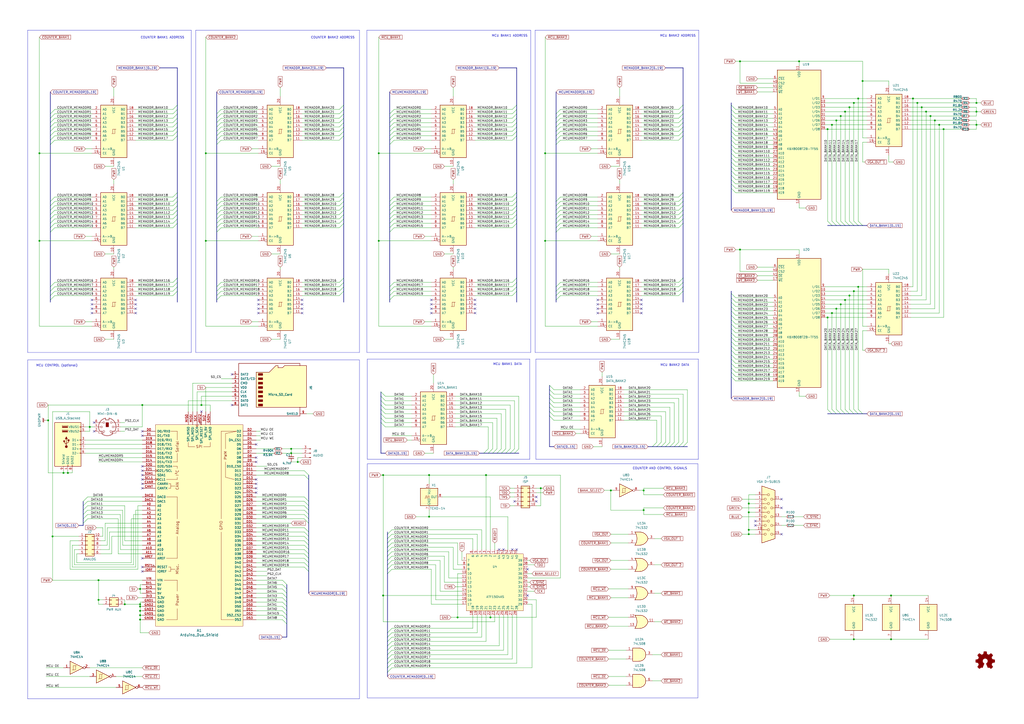
<source format=kicad_sch>
(kicad_sch (version 20231120) (generator "eeschema") (generator_version "8.0")
  (paper "A2")
  (title_block (title "VGA Dual Buffer Video") (date "2025-07-16") (rev "1"))
  (junction (at 516.89 345.44))
  (junction (at 516.89 370.84))
  (junction (at 72.39 350.52))
  (junction (at 36.83 274.32))
  (junction (at 480.06 184.15))
  (junction (at 81.28 341.63))
  (junction (at 30.48 311.15))
  (junction (at 22.86 88.9))
  (junction (at 222.25 275.59))
  (junction (at 172.72 267.97))
  (junction (at 497.84 166.37))
  (junction (at 27.94 243.84))
  (junction (at 222.25 345.44))
  (junction (at 490.22 64.77))
  (junction (at 487.68 67.31))
  (junction (at 480.06 74.93))
  (junction (at 82.55 234.95))
  (junction (at 52.07 247.65))
  (junction (at 168.91 262.89))
  (junction (at 542.29 69.85))
  (junction (at 482.6 181.61))
  (junction (at 495.3 345.44))
  (junction (at 544.83 72.39))
  (junction (at 316.23 139.7))
  (junction (at 373.38 295.91))
  (junction (at 537.21 64.77))
  (junction (at 248.92 299.72))
  (junction (at 434.34 297.18))
  (junction (at 434.34 292.1))
  (junction (at 119.38 139.7))
  (junction (at 265.43 358.14))
  (junction (at 495.3 168.91))
  (junction (at 284.48 358.14))
  (junction (at 39.37 274.32))
  (junction (at 248.92 275.59))
  (junction (at 495.3 370.84))
  (junction (at 81.28 350.52))
  (junction (at 487.68 176.53))
  (junction (at 116.84 234.95))
  (junction (at 495.3 59.69))
  (junction (at 81.28 356.87))
  (junction (at 281.94 275.59))
  (junction (at 463.55 35.56))
  (junction (at 566.42 59.69))
  (junction (at 490.22 173.99))
  (junction (at 434.34 309.88))
  (junction (at 354.33 284.48))
  (junction (at 219.71 88.9))
  (junction (at 168.91 260.35))
  (junction (at 547.37 74.93))
  (junction (at 81.28 354.33))
  (junction (at 500.38 46.99))
  (junction (at 566.42 72.39))
  (junction (at 313.69 283.21))
  (junction (at 57.15 347.98))
  (junction (at 316.23 88.9))
  (junction (at 57.15 336.55))
  (junction (at 492.76 171.45))
  (junction (at 434.34 307.34))
  (junction (at 539.75 67.31))
  (junction (at 566.42 64.77))
  (junction (at 119.38 88.9))
  (junction (at 485.14 69.85))
  (junction (at 534.67 62.23))
  (junction (at 81.28 359.41))
  (junction (at 22.86 139.7))
  (junction (at 482.6 72.39))
  (junction (at 529.59 57.15))
  (junction (at 219.71 139.7))
  (junction (at 485.14 179.07))
  (junction (at 81.28 351.79))
  (junction (at 429.26 35.56))
  (junction (at 373.38 284.48))
  (junction (at 497.84 57.15))
  (junction (at 492.76 62.23))
  (junction (at 532.13 59.69))
  (junction (at 429.26 144.78))
  (no_connect (at 306.07 330.2))
  (no_connect (at 53.34 176.53))
  (no_connect (at 311.15 288.29))
  (no_connect (at 175.26 173.99))
  (no_connect (at 275.59 176.53))
  (no_connect (at 148.59 278.13))
  (no_connect (at 289.56 318.77))
  (no_connect (at 453.39 309.88))
  (no_connect (at 82.55 250.19))
  (no_connect (at 372.11 173.99))
  (no_connect (at 134.62 234.95))
  (no_connect (at 438.15 304.8))
  (no_connect (at 250.19 173.99))
  (no_connect (at 54.61 245.11))
  (no_connect (at 299.72 318.77))
  (no_connect (at 306.07 345.44))
  (no_connect (at 292.1 318.77))
  (no_connect (at 148.59 280.67))
  (no_connect (at 346.71 179.07))
  (no_connect (at 250.19 181.61))
  (no_connect (at 78.74 176.53))
  (no_connect (at 250.19 176.53))
  (no_connect (at 250.19 179.07))
  (no_connect (at 53.34 173.99))
  (no_connect (at 453.39 289.56))
  (no_connect (at 275.59 173.99))
  (no_connect (at 148.59 267.97))
  (no_connect (at 116.84 238.76))
  (no_connect (at 78.74 179.07))
  (no_connect (at 148.59 265.43))
  (no_connect (at 346.71 176.53))
  (no_connect (at 148.59 257.81))
  (no_connect (at 311.15 290.83))
  (no_connect (at 148.59 283.21))
  (no_connect (at 149.86 179.07))
  (no_connect (at 78.74 181.61))
  (no_connect (at 53.34 181.61))
  (no_connect (at 53.34 179.07))
  (no_connect (at 175.26 176.53))
  (no_connect (at 148.59 285.75))
  (no_connect (at 346.71 173.99))
  (no_connect (at 453.39 294.64))
  (no_connect (at 82.55 273.05))
  (no_connect (at 275.59 181.61))
  (no_connect (at 298.45 290.83))
  (no_connect (at 372.11 181.61))
  (no_connect (at 149.86 173.99))
  (no_connect (at 78.74 173.99))
  (no_connect (at 175.26 179.07))
  (no_connect (at 82.55 323.85))
  (no_connect (at 82.55 280.67))
  (no_connect (at 297.18 318.77))
  (no_connect (at 82.55 278.13))
  (no_connect (at 82.55 275.59))
  (no_connect (at 82.55 252.73))
  (no_connect (at 82.55 331.47))
  (no_connect (at 149.86 181.61))
  (no_connect (at 54.61 250.19))
  (no_connect (at 438.15 302.26))
  (no_connect (at 134.62 217.17))
  (no_connect (at 372.11 179.07))
  (no_connect (at 82.55 270.51))
  (no_connect (at 175.26 181.61))
  (no_connect (at 275.59 179.07))
  (no_connect (at 149.86 176.53))
  (no_connect (at 82.55 328.93))
  (no_connect (at 82.55 283.21))
  (no_connect (at 372.11 176.53))
  (no_connect (at 346.71 181.61))
  (bus_entry (at 325.12 68.58) (size -2.54 2.54))
  (bus_entry (at 199.39 163.83) (size -2.54 2.54))
  (bus_entry (at 396.24 166.37) (size -2.54 2.54))
  (bus_entry (at 176.53 308.61) (size 2.54 2.54))
  (bus_entry (at 424.18 104.14) (size 2.54 2.54))
  (bus_entry (at 100.33 63.5) (size 2.54 -2.54))
  (bus_entry (at 393.7 81.28) (size 2.54 -2.54))
  (bus_entry (at 299.72 116.84) (size -2.54 2.54))
  (bus_entry (at 227.33 369.57) (size -2.54 2.54))
  (bus_entry (at 299.72 166.37) (size -2.54 2.54))
  (bus_entry (at 227.33 377.19) (size -2.54 2.54))
  (bus_entry (at 424.18 91.44) (size 2.54 2.54))
  (bus_entry (at 50.8 298.45) (size -2.54 2.54))
  (bus_entry (at 396.24 161.29) (size -2.54 2.54))
  (bus_entry (at 393.7 78.74) (size 2.54 -2.54))
  (bus_entry (at 223.52 247.65) (size -2.54 -2.54))
  (bus_entry (at 288.29 260.35) (size -2.54 2.54))
  (bus_entry (at 325.12 71.12) (size -2.54 2.54))
  (bus_entry (at 163.83 354.33) (size 2.54 2.54))
  (bus_entry (at 50.8 290.83) (size -2.54 2.54))
  (bus_entry (at 176.53 293.37) (size 2.54 2.54))
  (bus_entry (at 424.18 187.96) (size 2.54 2.54))
  (bus_entry (at 424.18 68.58) (size 2.54 2.54))
  (bus_entry (at 31.75 121.92) (size -2.54 2.54))
  (bus_entry (at 299.72 121.92) (size -2.54 2.54))
  (bus_entry (at 490.22 128.27) (size 2.54 2.54))
  (bus_entry (at 102.87 129.54) (size -2.54 2.54))
  (bus_entry (at 396.24 116.84) (size -2.54 2.54))
  (bus_entry (at 102.87 121.92) (size -2.54 2.54))
  (bus_entry (at 199.39 129.54) (size -2.54 2.54))
  (bus_entry (at 102.87 168.91) (size -2.54 2.54))
  (bus_entry (at 424.18 190.5) (size 2.54 2.54))
  (bus_entry (at 50.8 288.29) (size -2.54 2.54))
  (bus_entry (at 176.53 321.31) (size 2.54 2.54))
  (bus_entry (at 325.12 168.91) (size -2.54 2.54))
  (bus_entry (at 199.39 114.3) (size -2.54 2.54))
  (bus_entry (at 31.75 66.04) (size -2.54 2.54))
  (bus_entry (at 293.37 260.35) (size -2.54 2.54))
  (bus_entry (at 325.12 163.83) (size -2.54 2.54))
  (bus_entry (at 396.24 124.46) (size -2.54 2.54))
  (bus_entry (at 424.18 180.34) (size 2.54 2.54))
  (bus_entry (at 223.52 234.95) (size -2.54 -2.54))
  (bus_entry (at 424.18 60.96) (size 2.54 2.54))
  (bus_entry (at 495.3 128.27) (size 2.54 2.54))
  (bus_entry (at 228.6 168.91) (size -2.54 2.54))
  (bus_entry (at 424.18 205.74) (size 2.54 2.54))
  (bus_entry (at 31.75 119.38) (size -2.54 2.54))
  (bus_entry (at 480.06 128.27) (size 2.54 2.54))
  (bus_entry (at 176.53 323.85) (size 2.54 2.54))
  (bus_entry (at 325.12 81.28) (size -2.54 2.54))
  (bus_entry (at 176.53 313.69) (size 2.54 2.54))
  (bus_entry (at 102.87 163.83) (size -2.54 2.54))
  (bus_entry (at 396.24 256.54) (size -2.54 2.54))
  (bus_entry (at 299.72 124.46) (size -2.54 2.54))
  (bus_entry (at 325.12 78.74) (size -2.54 2.54))
  (bus_entry (at 297.18 73.66) (size 2.54 -2.54))
  (bus_entry (at 163.83 349.25) (size 2.54 2.54))
  (bus_entry (at 299.72 119.38) (size -2.54 2.54))
  (bus_entry (at 176.53 273.05) (size 2.54 2.54))
  (bus_entry (at 396.24 129.54) (size -2.54 2.54))
  (bus_entry (at 176.53 275.59) (size 2.54 2.54))
  (bus_entry (at 31.75 81.28) (size -2.54 2.54))
  (bus_entry (at 128.27 166.37) (size -2.54 2.54))
  (bus_entry (at 424.18 200.66) (size 2.54 2.54))
  (bus_entry (at 298.45 260.35) (size -2.54 2.54))
  (bus_entry (at 176.53 328.93) (size 2.54 2.54))
  (bus_entry (at 393.7 71.12) (size 2.54 -2.54))
  (bus_entry (at 391.16 256.54) (size -2.54 2.54))
  (bus_entry (at 199.39 119.38) (size -2.54 2.54))
  (bus_entry (at 381 256.54) (size -2.54 2.54))
  (bus_entry (at 325.12 63.5) (size -2.54 2.54))
  (bus_entry (at 299.72 129.54) (size -2.54 2.54))
  (bus_entry (at 199.39 166.37) (size -2.54 2.54))
  (bus_entry (at 227.33 309.88) (size -2.54 2.54))
  (bus_entry (at 325.12 127) (size -2.54 2.54))
  (bus_entry (at 176.53 300.99) (size 2.54 2.54))
  (bus_entry (at 396.24 127) (size -2.54 2.54))
  (bus_entry (at 228.6 63.5) (size -2.54 2.54))
  (bus_entry (at 482.6 237.49) (size 2.54 2.54))
  (bus_entry (at 299.72 161.29) (size -2.54 2.54))
  (bus_entry (at 424.18 66.04) (size 2.54 2.54))
  (bus_entry (at 128.27 114.3) (size -2.54 2.54))
  (bus_entry (at 128.27 132.08) (size -2.54 2.54))
  (bus_entry (at 495.3 237.49) (size 2.54 2.54))
  (bus_entry (at 424.18 106.68) (size 2.54 2.54))
  (bus_entry (at 424.18 182.88) (size 2.54 2.54))
  (bus_entry (at 196.85 76.2) (size 2.54 -2.54))
  (bus_entry (at 228.6 73.66) (size -2.54 2.54))
  (bus_entry (at 228.6 129.54) (size -2.54 2.54))
  (bus_entry (at 128.27 127) (size -2.54 2.54))
  (bus_entry (at 128.27 78.74) (size -2.54 2.54))
  (bus_entry (at 297.18 71.12) (size 2.54 -2.54))
  (bus_entry (at 424.18 71.12) (size 2.54 2.54))
  (bus_entry (at 128.27 81.28) (size -2.54 2.54))
  (bus_entry (at 228.6 116.84) (size -2.54 2.54))
  (bus_entry (at 100.33 76.2) (size 2.54 -2.54))
  (bus_entry (at 163.83 351.79) (size 2.54 2.54))
  (bus_entry (at 295.91 260.35) (size -2.54 2.54))
  (bus_entry (at 497.84 128.27) (size 2.54 2.54))
  (bus_entry (at 228.6 127) (size -2.54 2.54))
  (bus_entry (at 424.18 81.28) (size 2.54 2.54))
  (bus_entry (at 128.27 129.54) (size -2.54 2.54))
  (bus_entry (at 297.18 81.28) (size 2.54 -2.54))
  (bus_entry (at 199.39 121.92) (size -2.54 2.54))
  (bus_entry (at 228.6 71.12) (size -2.54 2.54))
  (bus_entry (at 176.53 316.23) (size 2.54 2.54))
  (bus_entry (at 223.52 229.87) (size -2.54 -2.54))
  (bus_entry (at 393.7 256.54) (size -2.54 2.54))
  (bus_entry (at 396.24 111.76) (size -2.54 2.54))
  (bus_entry (at 128.27 73.66) (size -2.54 2.54))
  (bus_entry (at 393.7 73.66) (size 2.54 -2.54))
  (bus_entry (at 196.85 68.58) (size 2.54 -2.54))
  (bus_entry (at 396.24 121.92) (size -2.54 2.54))
  (bus_entry (at 31.75 129.54) (size -2.54 2.54))
  (bus_entry (at 424.18 208.28) (size 2.54 2.54))
  (bus_entry (at 196.85 66.04) (size 2.54 -2.54))
  (bus_entry (at 223.52 240.03) (size -2.54 -2.54))
  (bus_entry (at 424.18 213.36) (size 2.54 2.54))
  (bus_entry (at 480.06 237.49) (size 2.54 2.54))
  (bus_entry (at 31.75 171.45) (size -2.54 2.54))
  (bus_entry (at 388.62 256.54) (size -2.54 2.54))
  (bus_entry (at 297.18 78.74) (size 2.54 -2.54))
  (bus_entry (at 321.31 231.14) (size -2.54 -2.54))
  (bus_entry (at 128.27 119.38) (size -2.54 2.54))
  (bus_entry (at 396.24 168.91) (size -2.54 2.54))
  (bus_entry (at 100.33 78.74) (size 2.54 -2.54))
  (bus_entry (at 424.18 185.42) (size 2.54 2.54))
  (bus_entry (at 31.75 132.08) (size -2.54 2.54))
  (bus_entry (at 31.75 71.12) (size -2.54 2.54))
  (bus_entry (at 424.18 218.44) (size 2.54 2.54))
  (bus_entry (at 424.18 177.8) (size 2.54 2.54))
  (bus_entry (at 102.87 166.37) (size -2.54 2.54))
  (bus_entry (at 176.53 326.39) (size 2.54 2.54))
  (bus_entry (at 297.18 63.5) (size 2.54 -2.54))
  (bus_entry (at 31.75 114.3) (size -2.54 2.54))
  (bus_entry (at 223.52 245.11) (size -2.54 -2.54))
  (bus_entry (at 300.99 260.35) (size -2.54 2.54))
  (bus_entry (at 487.68 128.27) (size 2.54 2.54))
  (bus_entry (at 100.33 71.12) (size 2.54 -2.54))
  (bus_entry (at 176.53 290.83) (size 2.54 2.54))
  (bus_entry (at 50.8 293.37) (size -2.54 2.54))
  (bus_entry (at 227.33 330.2) (size -2.54 2.54))
  (bus_entry (at 102.87 124.46) (size -2.54 2.54))
  (bus_entry (at 228.6 78.74) (size -2.54 2.54))
  (bus_entry (at 393.7 63.5) (size 2.54 -2.54))
  (bus_entry (at 102.87 119.38) (size -2.54 2.54))
  (bus_entry (at 396.24 119.38) (size -2.54 2.54))
  (bus_entry (at 325.12 116.84) (size -2.54 2.54))
  (bus_entry (at 163.83 346.71) (size 2.54 2.54))
  (bus_entry (at 31.75 166.37) (size -2.54 2.54))
  (bus_entry (at 325.12 119.38) (size -2.54 2.54))
  (bus_entry (at 482.6 128.27) (size 2.54 2.54))
  (bus_entry (at 424.18 83.82) (size 2.54 2.54))
  (bus_entry (at 321.31 236.22) (size -2.54 -2.54))
  (bus_entry (at 325.12 114.3) (size -2.54 2.54))
  (bus_entry (at 228.6 76.2) (size -2.54 2.54))
  (bus_entry (at 31.75 68.58) (size -2.54 2.54))
  (bus_entry (at 31.75 127) (size -2.54 2.54))
  (bus_entry (at 227.33 312.42) (size -2.54 2.54))
  (bus_entry (at 102.87 111.76) (size -2.54 2.54))
  (bus_entry (at 299.72 163.83) (size -2.54 2.54))
  (bus_entry (at 325.12 166.37) (size -2.54 2.54))
  (bus_entry (at 176.53 288.29) (size 2.54 2.54))
  (bus_entry (at 386.08 256.54) (size -2.54 2.54))
  (bus_entry (at 128.27 76.2) (size -2.54 2.54))
  (bus_entry (at 227.33 327.66) (size -2.54 2.54))
  (bus_entry (at 424.18 93.98) (size 2.54 2.54))
  (bus_entry (at 487.68 237.49) (size 2.54 2.54))
  (bus_entry (at 424.18 78.74) (size 2.54 2.54))
  (bus_entry (at 102.87 127) (size -2.54 2.54))
  (bus_entry (at 163.83 359.41) (size 2.54 2.54))
  (bus_entry (at 102.87 161.29) (size -2.54 2.54))
  (bus_entry (at 196.85 73.66) (size 2.54 -2.54))
  (bus_entry (at 196.85 63.5) (size 2.54 -2.54))
  (bus_entry (at 393.7 76.2) (size 2.54 -2.54))
  (bus_entry (at 424.18 109.22) (size 2.54 2.54))
  (bus_entry (at 31.75 168.91) (size -2.54 2.54))
  (bus_entry (at 128.27 71.12) (size -2.54 2.54))
  (bus_entry (at 227.33 382.27) (size -2.54 2.54))
  (bus_entry (at 490.22 237.49) (size 2.54 2.54))
  (bus_entry (at 31.75 63.5) (size -2.54 2.54))
  (bus_entry (at 227.33 317.5) (size -2.54 2.54))
  (bus_entry (at 31.75 116.84) (size -2.54 2.54))
  (bus_entry (at 424.18 210.82) (size 2.54 2.54))
  (bus_entry (at 176.53 311.15) (size 2.54 2.54))
  (bus_entry (at 199.39 161.29) (size -2.54 2.54))
  (bus_entry (at 163.83 344.17) (size 2.54 2.54))
  (bus_entry (at 424.18 198.12) (size 2.54 2.54))
  (bus_entry (at 321.31 243.84) (size -2.54 -2.54))
  (bus_entry (at 102.87 116.84) (size -2.54 2.54))
  (bus_entry (at 227.33 372.11) (size -2.54 2.54))
  (bus_entry (at 325.12 121.92) (size -2.54 2.54))
  (bus_entry (at 325.12 76.2) (size -2.54 2.54))
  (bus_entry (at 492.76 237.49) (size 2.54 2.54))
  (bus_entry (at 424.18 101.6) (size 2.54 2.54))
  (bus_entry (at 100.33 73.66) (size 2.54 -2.54))
  (bus_entry (at 396.24 163.83) (size -2.54 2.54))
  (bus_entry (at 325.12 124.46) (size -2.54 2.54))
  (bus_entry (at 199.39 116.84) (size -2.54 2.54))
  (bus_entry (at 31.75 163.83) (size -2.54 2.54))
  (bus_entry (at 228.6 121.92) (size -2.54 2.54))
  (bus_entry (at 383.54 256.54) (size -2.54 2.54))
  (bus_entry (at 299.72 127) (size -2.54 2.54))
  (bus_entry (at 321.31 228.6) (size -2.54 -2.54))
  (bus_entry (at 485.14 237.49) (size 2.54 2.54))
  (bus_entry (at 424.18 215.9) (size 2.54 2.54))
  (bus_entry (at 228.6 163.83) (size -2.54 2.54))
  (bus_entry (at 163.83 341.63) (size 2.54 2.54))
  (bus_entry (at 424.18 86.36) (size 2.54 2.54))
  (bus_entry (at 393.7 68.58) (size 2.54 -2.54))
  (bus_entry (at 50.8 300.99) (size -2.54 2.54))
  (bus_entry (at 128.27 168.91) (size -2.54 2.54))
  (bus_entry (at 176.53 295.91) (size 2.54 2.54))
  (bus_entry (at 102.87 114.3) (size -2.54 2.54))
  (bus_entry (at 424.18 63.5) (size 2.54 2.54))
  (bus_entry (at 398.78 256.54) (size -2.54 2.54))
  (bus_entry (at 321.31 238.76) (size -2.54 -2.54))
  (bus_entry (at 321.31 241.3) (size -2.54 -2.54))
  (bus_entry (at 325.12 129.54) (size -2.54 2.54))
  (bus_entry (at 325.12 73.66) (size -2.54 2.54))
  (bus_entry (at 228.6 68.58) (size -2.54 2.54))
  (bus_entry (at 424.18 76.2) (size 2.54 2.54))
  (bus_entry (at 196.85 81.28) (size 2.54 -2.54))
  (bus_entry (at 227.33 387.35) (size -2.54 2.54))
  (bus_entry (at 196.85 78.74) (size 2.54 -2.54))
  (bus_entry (at 228.6 166.37) (size -2.54 2.54))
  (bus_entry (at 290.83 260.35) (size -2.54 2.54))
  (bus_entry (at 424.18 172.72) (size 2.54 2.54))
  (bus_entry (at 325.12 132.08) (size -2.54 2.54))
  (bus_entry (at 227.33 379.73) (size -2.54 2.54))
  (bus_entry (at 199.39 111.76) (size -2.54 2.54))
  (bus_entry (at 299.72 114.3) (size -2.54 2.54))
  (bus_entry (at 223.52 237.49) (size -2.54 -2.54))
  (bus_entry (at 325.12 171.45) (size -2.54 2.54))
  (bus_entry (at 321.31 226.06) (size -2.54 -2.54))
  (bus_entry (at 128.27 163.83) (size -2.54 2.54))
  (bus_entry (at 228.6 119.38) (size -2.54 2.54))
  (bus_entry (at 424.18 175.26) (size 2.54 2.54))
  (bus_entry (at 128.27 63.5) (size -2.54 2.54))
  (bus_entry (at 31.75 76.2) (size -2.54 2.54))
  (bus_entry (at 163.83 356.87) (size 2.54 2.54))
  (bus_entry (at 393.7 66.04) (size 2.54 -2.54))
  (bus_entry (at 128.27 121.92) (size -2.54 2.54))
  (bus_entry (at 424.18 96.52) (size 2.54 2.54))
  (bus_entry (at 199.39 168.91) (size -2.54 2.54))
  (bus_entry (at 228.6 132.08) (size -2.54 2.54))
  (bus_entry (at 228.6 81.28) (size -2.54 2.54))
  (bus_entry (at 128.27 68.58) (size -2.54 2.54))
  (bus_entry (at 424.18 88.9) (size 2.54 2.54))
  (bus_entry (at 128.27 171.45) (size -2.54 2.54))
  (bus_entry (at 424.18 99.06) (size 2.54 2.54))
  (bus_entry (at 31.75 124.46) (size -2.54 2.54))
  (bus_entry (at 497.84 237.49) (size 2.54 2.54))
  (bus_entry (at 50.8 295.91) (size -2.54 2.54))
  (bus_entry (at 196.85 71.12) (size 2.54 -2.54))
  (bus_entry (at 100.33 68.58) (size 2.54 -2.54))
  (bus_entry (at 227.33 320.04) (size -2.54 2.54))
  (bus_entry (at 325.12 66.04) (size -2.54 2.54))
  (bus_entry (at 163.83 336.55) (size 2.54 2.54))
  (bus_entry (at 227.33 307.34) (size -2.54 2.54))
  (bus_entry (at 424.18 195.58) (size 2.54 2.54))
  (bus_entry (at 297.18 66.04) (size 2.54 -2.54))
  (bus_entry (at 199.39 127) (size -2.54 2.54))
  (bus_entry (at 297.18 68.58) (size 2.54 -2.54))
  (bus_entry (at 227.33 374.65) (size -2.54 2.54))
  (bus_entry (at 492.76 128.27) (size 2.54 2.54))
  (bus_entry (at 176.53 298.45) (size 2.54 2.54))
  (bus_entry (at 321.31 233.68) (size -2.54 -2.54))
  (bus_entry (at 128.27 66.04) (size -2.54 2.54))
  (bus_entry (at 285.75 260.35) (size -2.54 2.54))
  (bus_entry (at 297.18 76.2) (size 2.54 -2.54))
  (bus_entry (at 424.18 170.18) (size 2.54 2.54))
  (bus_entry (at 283.21 260.35) (size -2.54 2.54))
  (bus_entry (at 223.52 232.41) (size -2.54 -2.54))
  (bus_entry (at 424.18 73.66) (size 2.54 2.54))
  (bus_entry (at 227.33 367.03) (size -2.54 2.54))
  (bus_entry (at 227.33 322.58) (size -2.54 2.54))
  (bus_entry (at 128.27 124.46) (size -2.54 2.54))
  (bus_entry (at 485.14 128.27) (size 2.54 2.54))
  (bus_entry (at 299.72 168.91) (size -2.54 2.54))
  (bus_entry (at 227.33 314.96) (size -2.54 2.54))
  (bus_entry (at 228.6 124.46) (size -2.54 2.54))
  (bus_entry (at 396.24 114.3) (size -2.54 2.54))
  (bus_entry (at 227.33 384.81) (size -2.54 2.54))
  (bus_entry (at 176.53 318.77) (size 2.54 2.54))
  (bus_entry (at 176.53 306.07) (size 2.54 2.54))
  (bus_entry (at 128.27 116.84) (size -2.54 2.54))
  (bus_entry (at 228.6 66.04) (size -2.54 2.54))
  (bus_entry (at 31.75 73.66) (size -2.54 2.54))
  (bus_entry (at 227.33 325.12) (size -2.54 2.54))
  (bus_entry (at 228.6 171.45) (size -2.54 2.54))
  (bus_entry (at 228.6 114.3) (size -2.54 2.54))
  (bus_entry (at 299.72 111.76) (size -2.54 2.54))
  (bus_entry (at 424.18 203.2) (size 2.54 2.54))
  (bus_entry (at 31.75 78.74) (size -2.54 2.54))
  (bus_entry (at 227.33 364.49) (size -2.54 2.54))
  (bus_entry (at 163.83 339.09) (size 2.54 2.54))
  (bus_entry (at 100.33 66.04) (size 2.54 -2.54))
  (bus_entry (at 199.39 124.46) (size -2.54 2.54))
  (bus_entry (at 424.18 193.04) (size 2.54 2.54))
  (bus_entry (at 100.33 81.28) (size 2.54 -2.54))
  (bus_entry (at 223.52 242.57) (size -2.54 -2.54))
  (wire (pts (xy 31.75 129.54) (xy 53.34 129.54)))
  (bus (pts (xy 226.06 73.66) (xy 226.06 76.2)))
  (wire (pts (xy 478.79 184.15) (xy 480.06 184.15)))
  (wire (pts (xy 306.07 335.28) (xy 325.12 335.28)))
  (bus (pts (xy 125.73 116.84) (xy 125.73 119.38)))
  (wire (pts (xy 227.33 322.58) (xy 257.81 322.58)))
  (wire (pts (xy 50.8 293.37) (xy 72.39 293.37)))
  (bus (pts (xy 299.72 73.66) (xy 299.72 76.2)))
  (wire (pts (xy 448.31 66.04) (xy 426.72 66.04)))
  (wire (pts (xy 57.15 336.55) (xy 82.55 336.55)))
  (wire (pts (xy 82.55 303.53) (xy 60.96 303.53)))
  (wire (pts (xy 463.55 120.65) (xy 467.36 120.65)))
  (wire (pts (xy 539.75 67.31) (xy 539.75 176.53)))
  (wire (pts (xy 248.92 299.72) (xy 294.64 299.72)))
  (wire (pts (xy 500.38 189.23) (xy 500.38 156.21)))
  (bus (pts (xy 280.67 262.89) (xy 283.21 262.89)))
  (wire (pts (xy 448.31 200.66) (xy 426.72 200.66)))
  (wire (pts (xy 227.33 309.88) (xy 276.86 309.88)))
  (wire (pts (xy 430.53 294.64) (xy 438.15 294.64)))
  (wire (pts (xy 502.92 82.55) (xy 500.38 82.55)))
  (bus (pts (xy 490.22 130.81) (xy 487.68 130.81)))
  (wire (pts (xy 227.33 314.96) (xy 265.43 314.96)))
  (wire (pts (xy 227.33 317.5) (xy 262.89 317.5)))
  (wire (pts (xy 119.38 139.7) (xy 149.86 139.7)))
  (bus (pts (xy 179.07 316.23) (xy 179.07 318.77)))
  (wire (pts (xy 148.59 303.53) (xy 168.91 303.53)))
  (bus (pts (xy 29.21 73.66) (xy 29.21 76.2)))
  (wire (pts (xy 295.91 288.29) (xy 298.45 288.29)))
  (wire (pts (xy 386.08 238.76) (xy 386.08 256.54)))
  (wire (pts (xy 461.01 304.8) (xy 466.09 304.8)))
  (bus (pts (xy 224.79 322.58) (xy 224.79 325.12)))
  (wire (pts (xy 53.34 86.36) (xy 49.53 86.36)))
  (wire (pts (xy 482.6 237.49) (xy 482.6 181.61)))
  (wire (pts (xy 69.85 318.77) (xy 82.55 318.77)))
  (wire (pts (xy 359.41 147.32) (xy 354.33 147.32)))
  (polyline (pts (xy 307.848 204.47) (xy 212.852 204.47)))
  (wire (pts (xy 227.33 377.19) (xy 292.1 377.19)))
  (wire (pts (xy 297.18 129.54) (xy 275.59 129.54)))
  (bus (pts (xy 424.18 81.28) (xy 424.18 83.82)))
  (bus (pts (xy 226.06 171.45) (xy 226.06 173.99)))
  (wire (pts (xy 196.85 66.04) (xy 175.26 66.04)))
  (bus (pts (xy 424.18 172.72) (xy 424.18 175.26)))
  (wire (pts (xy 228.6 163.83) (xy 250.19 163.83)))
  (wire (pts (xy 66.04 96.52) (xy 60.96 96.52)))
  (wire (pts (xy 379.73 327.66) (xy 383.54 327.66)))
  (wire (pts (xy 393.7 132.08) (xy 372.11 132.08)))
  (bus (pts (xy 125.73 76.2) (xy 125.73 78.74)))
  (wire (pts (xy 219.71 139.7) (xy 250.19 139.7)))
  (wire (pts (xy 495.3 168.91) (xy 495.3 237.49)))
  (wire (pts (xy 196.85 78.74) (xy 175.26 78.74)))
  (wire (pts (xy 393.7 78.74) (xy 372.11 78.74)))
  (wire (pts (xy 290.83 240.03) (xy 290.83 260.35)))
  (wire (pts (xy 325.12 163.83) (xy 346.71 163.83)))
  (wire (pts (xy 313.69 293.37) (xy 311.15 293.37)))
  (bus (pts (xy 29.21 116.84) (xy 29.21 119.38)))
  (bus (pts (xy 322.58 53.34) (xy 322.58 66.04)))
  (wire (pts (xy 393.7 71.12) (xy 372.11 71.12)))
  (bus (pts (xy 166.37 346.71) (xy 166.37 344.17)))
  (wire (pts (xy 393.7 129.54) (xy 372.11 129.54)))
  (wire (pts (xy 63.5 318.77) (xy 58.42 318.77)))
  (wire (pts (xy 196.85 132.08) (xy 175.26 132.08)))
  (wire (pts (xy 30.48 336.55) (xy 57.15 336.55)))
  (wire (pts (xy 71.12 295.91) (xy 71.12 316.23)))
  (bus (pts (xy 102.87 63.5) (xy 102.87 66.04)))
  (wire (pts (xy 448.31 185.42) (xy 426.72 185.42)))
  (wire (pts (xy 393.7 119.38) (xy 372.11 119.38)))
  (wire (pts (xy 562.61 64.77) (xy 566.42 64.77)))
  (wire (pts (xy 478.79 171.45) (xy 492.76 171.45)))
  (wire (pts (xy 168.91 260.35) (xy 175.26 260.35)))
  (wire (pts (xy 81.28 339.09) (xy 82.55 339.09)))
  (wire (pts (xy 500.38 203.2) (xy 501.65 203.2)))
  (bus (pts (xy 125.73 171.45) (xy 125.73 173.99)))
  (wire (pts (xy 297.18 124.46) (xy 275.59 124.46)))
  (wire (pts (xy 497.84 166.37) (xy 502.92 166.37)))
  (bus (pts (xy 163.83 369.57) (xy 166.37 369.57)))
  (bus (pts (xy 125.73 134.62) (xy 125.73 166.37)))
  (wire (pts (xy 429.26 144.78) (xy 426.72 144.78)))
  (wire (pts (xy 485.14 237.49) (xy 485.14 179.07)))
  (wire (pts (xy 448.31 73.66) (xy 426.72 73.66)))
  (wire (pts (xy 36.83 274.32) (xy 39.37 274.32)))
  (wire (pts (xy 100.33 81.28) (xy 78.74 81.28)))
  (wire (pts (xy 311.15 358.14) (xy 284.48 358.14)))
  (wire (pts (xy 297.18 66.04) (xy 275.59 66.04)))
  (wire (pts (xy 196.85 63.5) (xy 175.26 63.5)))
  (wire (pts (xy 250.19 350.52) (xy 250.19 330.2)))
  (bus (pts (xy 480.06 240.03) (xy 482.6 240.03)))
  (wire (pts (xy 297.18 163.83) (xy 275.59 163.83)))
  (wire (pts (xy 288.29 242.57) (xy 288.29 260.35)))
  (bus (pts (xy 424.18 195.58) (xy 424.18 198.12)))
  (bus (pts (xy 322.58 83.82) (xy 322.58 116.84)))
  (wire (pts (xy 393.7 168.91) (xy 372.11 168.91)))
  (bus (pts (xy 179.07 290.83) (xy 179.07 293.37)))
  (wire (pts (xy 78.74 295.91) (xy 78.74 328.93)))
  (wire (pts (xy 500.38 156.21) (xy 515.62 156.21)))
  (wire (pts (xy 478.79 74.93) (xy 480.06 74.93)))
  (bus (pts (xy 226.06 83.82) (xy 226.06 116.84)))
  (wire (pts (xy 492.76 171.45) (xy 502.92 171.45)))
  (wire (pts (xy 31.75 78.74) (xy 53.34 78.74)))
  (wire (pts (xy 196.85 127) (xy 175.26 127)))
  (wire (pts (xy 281.94 275.59) (xy 281.94 318.77)))
  (wire (pts (xy 566.42 74.93) (xy 562.61 74.93)))
  (bus (pts (xy 396.24 121.92) (xy 396.24 124.46)))
  (bus (pts (xy 29.21 81.28) (xy 29.21 83.82)))
  (wire (pts (xy 429.26 48.26) (xy 448.31 48.26)))
  (bus (pts (xy 102.87 114.3) (xy 102.87 116.84)))
  (bus (pts (xy 102.87 78.74) (xy 102.87 111.76)))
  (wire (pts (xy 393.7 63.5) (xy 372.11 63.5)))
  (wire (pts (xy 434.34 287.02) (xy 434.34 292.1)))
  (polyline (pts (xy 213.106 208.28) (xy 213.106 266.446)))
  (wire (pts (xy 274.32 356.87) (xy 274.32 364.49)))
  (wire (pts (xy 100.33 171.45) (xy 78.74 171.45)))
  (bus (pts (xy 424.18 91.44) (xy 424.18 93.98)))
  (wire (pts (xy 69.85 298.45) (xy 69.85 318.77)))
  (wire (pts (xy 568.96 72.39) (xy 566.42 72.39)))
  (wire (pts (xy 306.07 342.9) (xy 309.88 342.9)))
  (bus (pts (xy 199.39 60.96) (xy 199.39 63.5)))
  (bus (pts (xy 322.58 166.37) (xy 322.58 168.91)))
  (polyline (pts (xy 405.384 204.47) (xy 310.388 204.47)))
  (wire (pts (xy 228.6 73.66) (xy 250.19 73.66)))
  (wire (pts (xy 31.75 163.83) (xy 53.34 163.83)))
  (bus (pts (xy 102.87 66.04) (xy 102.87 68.58)))
  (wire (pts (xy 248.92 295.91) (xy 248.92 299.72)))
  (bus (pts (xy 179.07 303.53) (xy 179.07 308.61)))
  (bus (pts (xy 199.39 116.84) (xy 199.39 119.38)))
  (wire (pts (xy 487.68 237.49) (xy 487.68 176.53)))
  (bus (pts (xy 125.73 83.82) (xy 125.73 116.84)))
  (wire (pts (xy 63.5 308.61) (xy 63.5 318.77)))
  (wire (pts (xy 228.6 68.58) (xy 250.19 68.58)))
  (wire (pts (xy 346.71 86.36) (xy 342.9 86.36)))
  (bus (pts (xy 424.18 96.52) (xy 424.18 99.06)))
  (bus (pts (xy 396.24 166.37) (xy 396.24 168.91)))
  (wire (pts (xy 306.07 332.74) (xy 308.61 332.74)))
  (wire (pts (xy 346.71 137.16) (xy 342.9 137.16)))
  (wire (pts (xy 384.81 298.45) (xy 373.38 298.45)))
  (wire (pts (xy 361.95 241.3) (xy 383.54 241.3)))
  (wire (pts (xy 306.07 347.98) (xy 311.15 347.98)))
  (wire (pts (xy 502.92 80.01) (xy 500.38 80.01)))
  (bus (pts (xy 424.18 180.34) (xy 424.18 182.88)))
  (bus (pts (xy 29.21 76.2) (xy 29.21 78.74)))
  (wire (pts (xy 251.46 262.89) (xy 246.38 262.89)))
  (bus (pts (xy 492.76 240.03) (xy 490.22 240.03)))
  (wire (pts (xy 119.38 88.9) (xy 149.86 88.9)))
  (wire (pts (xy 80.01 346.71) (xy 82.55 346.71)))
  (bus (pts (xy 388.62 259.08) (xy 391.16 259.08)))
  (wire (pts (xy 353.06 341.63) (xy 364.49 341.63)))
  (bus (pts (xy 226.06 76.2) (xy 226.06 78.74)))
  (bus (pts (xy 102.87 161.29) (xy 102.87 163.83)))
  (bus (pts (xy 495.3 240.03) (xy 492.76 240.03)))
  (wire (pts (xy 313.69 283.21) (xy 313.69 293.37)))
  (wire (pts (xy 148.59 349.25) (xy 163.83 349.25)))
  (bus (pts (xy 424.18 59.69) (xy 424.18 60.96)))
  (wire (pts (xy 81.28 349.25) (xy 81.28 350.52)))
  (wire (pts (xy 43.18 327.66) (xy 77.47 327.66)))
  (wire (pts (xy 378.46 394.97) (xy 383.54 394.97)))
  (wire (pts (xy 228.6 66.04) (xy 250.19 66.04)))
  (wire (pts (xy 295.91 283.21) (xy 298.45 283.21)))
  (bus (pts (xy 224.79 309.88) (xy 224.79 312.42)))
  (bus (pts (xy 179.07 298.45) (xy 179.07 300.99)))
  (wire (pts (xy 176.53 311.15) (xy 148.59 311.15)))
  (wire (pts (xy 515.62 156.21) (xy 515.62 158.75)))
  (wire (pts (xy 223.52 242.57) (xy 238.76 242.57)))
  (wire (pts (xy 228.6 124.46) (xy 250.19 124.46)))
  (bus (pts (xy 424.18 203.2) (xy 424.18 205.74)))
  (wire (pts (xy 297.18 114.3) (xy 275.59 114.3)))
  (wire (pts (xy 393.7 171.45) (xy 372.11 171.45)))
  (wire (pts (xy 547.37 74.93) (xy 557.53 74.93)))
  (bus (pts (xy 223.52 262.89) (xy 220.98 262.89)))
  (polyline (pts (xy 212.852 17.526) (xy 307.848 17.526)))
  (wire (pts (xy 119.38 224.79) (xy 134.62 224.79)))
  (bus (pts (xy 224.79 320.04) (xy 224.79 322.58)))
  (wire (pts (xy 267.97 350.52) (xy 250.19 350.52)))
  (wire (pts (xy 219.71 21.59) (xy 219.71 88.9)))
  (wire (pts (xy 148.59 293.37) (xy 176.53 293.37)))
  (wire (pts (xy 148.59 250.19) (xy 151.13 250.19)))
  (wire (pts (xy 168.91 260.35) (xy 168.91 262.89)))
  (wire (pts (xy 223.52 247.65) (xy 238.76 247.65)))
  (wire (pts (xy 379.73 360.68) (xy 383.54 360.68)))
  (bus (pts (xy 497.84 240.03) (xy 495.3 240.03)))
  (wire (pts (xy 297.18 71.12) (xy 275.59 71.12)))
  (bus (pts (xy 424.18 205.74) (xy 424.18 208.28)))
  (wire (pts (xy 53.34 137.16) (xy 49.53 137.16)))
  (wire (pts (xy 176.53 316.23) (xy 148.59 316.23)))
  (wire (pts (xy 162.56 196.85) (xy 157.48 196.85)))
  (wire (pts (xy 55.88 306.07) (xy 59.69 306.07)))
  (bus (pts (xy 299.72 68.58) (xy 299.72 71.12)))
  (wire (pts (xy 223.52 229.87) (xy 238.76 229.87)))
  (bus (pts (xy 166.37 349.25) (xy 166.37 346.71)))
  (wire (pts (xy 448.31 172.72) (xy 426.72 172.72)))
  (bus (pts (xy 391.16 259.08) (xy 393.7 259.08)))
  (wire (pts (xy 121.92 234.95) (xy 121.92 238.76)))
  (wire (pts (xy 219.71 88.9) (xy 250.19 88.9)))
  (bus (pts (xy 396.24 116.84) (xy 396.24 119.38)))
  (wire (pts (xy 128.27 73.66) (xy 149.86 73.66)))
  (wire (pts (xy 30.48 311.15) (xy 30.48 336.55)))
  (wire (pts (xy 311.15 285.75) (xy 314.96 285.75)))
  (bus (pts (xy 29.21 121.92) (xy 29.21 124.46)))
  (bus (pts (xy 299.72 163.83) (xy 299.72 166.37)))
  (wire (pts (xy 478.79 59.69) (xy 495.3 59.69)))
  (wire (pts (xy 448.31 78.74) (xy 426.72 78.74)))
  (wire (pts (xy 297.18 116.84) (xy 275.59 116.84)))
  (wire (pts (xy 461.01 299.72) (xy 466.09 299.72)))
  (wire (pts (xy 49.53 247.65) (xy 52.07 247.65)))
  (wire (pts (xy 528.32 176.53) (xy 539.75 176.53)))
  (bus (pts (xy 102.87 129.54) (xy 102.87 161.29)))
  (wire (pts (xy 82.55 321.31) (xy 68.58 321.31)))
  (bus (pts (xy 179.07 323.85) (xy 179.07 326.39)))
  (wire (pts (xy 149.86 81.28) (xy 128.27 81.28)))
  (polyline (pts (xy 113.538 17.526) (xy 113.538 204.47)))
  (wire (pts (xy 109.22 232.41) (xy 134.62 232.41)))
  (bus (pts (xy 396.24 111.76) (xy 396.24 114.3)))
  (wire (pts (xy 534.67 62.23) (xy 534.67 171.45)))
  (bus (pts (xy 48.26 303.53) (xy 48.26 304.8)))
  (bus (pts (xy 396.24 63.5) (xy 396.24 66.04)))
  (wire (pts (xy 196.85 68.58) (xy 175.26 68.58)))
  (wire (pts (xy 478.79 69.85) (xy 485.14 69.85)))
  (bus (pts (xy 102.87 68.58) (xy 102.87 71.12)))
  (wire (pts (xy 262.89 147.32) (xy 257.81 147.32)))
  (bus (pts (xy 199.39 63.5) (xy 199.39 66.04)))
  (wire (pts (xy 196.85 166.37) (xy 175.26 166.37)))
  (bus (pts (xy 224.79 379.73) (xy 224.79 377.19)))
  (wire (pts (xy 71.12 316.23) (xy 82.55 316.23)))
  (bus (pts (xy 424.18 198.12) (xy 424.18 200.66)))
  (wire (pts (xy 228.6 121.92) (xy 250.19 121.92)))
  (bus (pts (xy 322.58 134.62) (xy 322.58 166.37)))
  (wire (pts (xy 148.59 323.85) (xy 176.53 323.85)))
  (wire (pts (xy 228.6 168.91) (xy 250.19 168.91)))
  (wire (pts (xy 82.55 306.07) (xy 62.23 306.07)))
  (wire (pts (xy 69.85 247.65) (xy 82.55 247.65)))
  (wire (pts (xy 393.7 68.58) (xy 372.11 68.58)))
  (wire (pts (xy 502.92 189.23) (xy 500.38 189.23)))
  (wire (pts (xy 463.55 144.78) (xy 463.55 147.32)))
  (wire (pts (xy 52.07 238.76) (xy 30.48 238.76)))
  (wire (pts (xy 500.38 191.77) (xy 500.38 203.2)))
  (wire (pts (xy 448.31 96.52) (xy 426.72 96.52)))
  (bus (pts (xy 125.73 68.58) (xy 125.73 71.12)))
  (bus (pts (xy 226.06 168.91) (xy 226.06 171.45)))
  (wire (pts (xy 227.33 379.73) (xy 294.64 379.73)))
  (wire (pts (xy 81.28 354.33) (xy 81.28 356.87)))
  (wire (pts (xy 22.86 139.7) (xy 22.86 189.23)))
  (wire (pts (xy 267.97 327.66) (xy 265.43 327.66)))
  (wire (pts (xy 128.27 129.54) (xy 149.86 129.54)))
  (bus (pts (xy 226.06 116.84) (xy 226.06 119.38)))
  (bus (pts (xy 224.79 379.73) (xy 224.79 382.27)))
  (wire (pts (xy 82.55 344.17) (xy 81.28 344.17)))
  (wire (pts (xy 562.61 59.69) (xy 566.42 59.69)))
  (bus (pts (xy 29.21 127) (xy 29.21 129.54)))
  (wire (pts (xy 172.72 265.43) (xy 172.72 267.97)))
  (wire (pts (xy 128.27 116.84) (xy 149.86 116.84)))
  (bus (pts (xy 424.18 208.28) (xy 424.18 210.82)))
  (wire (pts (xy 381 256.54) (xy 381 243.84)))
  (wire (pts (xy 500.38 80.01) (xy 500.38 46.99)))
  (wire (pts (xy 448.31 213.36) (xy 426.72 213.36)))
  (wire (pts (xy 45.72 318.77) (xy 43.18 318.77)))
  (wire (pts (xy 114.3 238.76) (xy 114.3 227.33)))
  (wire (pts (xy 287.02 356.87) (xy 287.02 360.68)))
  (bus (pts (xy 386.08 259.08) (xy 388.62 259.08)))
  (wire (pts (xy 30.48 238.76) (xy 30.48 311.15)))
  (wire (pts (xy 128.27 132.08) (xy 149.86 132.08)))
  (bus (pts (xy 224.79 327.66) (xy 224.79 325.12)))
  (bus (pts (xy 29.21 173.99) (xy 29.21 175.26)))
  (wire (pts (xy 429.26 157.48) (xy 448.31 157.48)))
  (wire (pts (xy 81.28 356.87) (xy 82.55 356.87)))
  (wire (pts (xy 438.15 287.02) (xy 434.34 287.02)))
  (wire (pts (xy 448.31 63.5) (xy 426.72 63.5)))
  (bus (pts (xy 318.77 238.76) (xy 318.77 241.3)))
  (wire (pts (xy 485.14 128.27) (xy 485.14 69.85)))
  (wire (pts (xy 250.19 81.28) (xy 228.6 81.28)))
  (wire (pts (xy 325.12 171.45) (xy 346.71 171.45)))
  (wire (pts (xy 448.31 99.06) (xy 426.72 99.06)))
  (wire (pts (xy 353.06 392.43) (xy 363.22 392.43)))
  (bus (pts (xy 102.87 124.46) (xy 102.87 127)))
  (wire (pts (xy 39.37 274.32) (xy 41.91 274.32)))
  (wire (pts (xy 162.56 154.94) (xy 162.56 156.21)))
  (bus (pts (xy 490.22 240.03) (xy 487.68 240.03)))
  (bus (pts (xy 322.58 171.45) (xy 322.58 173.99)))
  (wire (pts (xy 448.31 109.22) (xy 426.72 109.22)))
  (bus (pts (xy 288.29 262.89) (xy 290.83 262.89)))
  (wire (pts (xy 36.83 273.05) (xy 36.83 274.32)))
  (wire (pts (xy 306.07 350.52) (xy 308.61 350.52)))
  (wire (pts (xy 334.01 251.46) (xy 336.55 251.46)))
  (wire (pts (xy 222.25 345.44) (xy 267.97 345.44)))
  (bus (pts (xy 318.77 233.68) (xy 318.77 236.22)))
  (wire (pts (xy 116.84 229.87) (xy 116.84 234.95)))
  (wire (pts (xy 297.18 119.38) (xy 275.59 119.38)))
  (wire (pts (xy 321.31 226.06) (xy 336.55 226.06)))
  (wire (pts (xy 31.75 116.84) (xy 53.34 116.84)))
  (wire (pts (xy 325.12 73.66) (xy 346.71 73.66)))
  (bus (pts (xy 424.18 71.12) (xy 424.18 73.66)))
  (bus (pts (xy 424.18 93.98) (xy 424.18 96.52)))
  (bus (pts (xy 396.24 168.91) (xy 396.24 175.26)))
  (wire (pts (xy 114.3 227.33) (xy 134.62 227.33)))
  (bus (pts (xy 424.18 68.58) (xy 424.18 71.12)))
  (wire (pts (xy 354.33 284.48) (xy 354.33 295.91)))
  (bus (pts (xy 166.37 359.41) (xy 166.37 361.95)))
  (wire (pts (xy 539.75 67.31) (xy 557.53 67.31)))
  (wire (pts (xy 391.16 233.68) (xy 391.16 256.54)))
  (wire (pts (xy 119.38 238.76) (xy 119.38 224.79)))
  (wire (pts (xy 100.33 119.38) (xy 78.74 119.38)))
  (wire (pts (xy 223.52 240.03) (xy 238.76 240.03)))
  (wire (pts (xy 325.12 121.92) (xy 346.71 121.92)))
  (wire (pts (xy 346.71 81.28) (xy 325.12 81.28)))
  (wire (pts (xy 295.91 234.95) (xy 295.91 260.35)))
  (bus (pts (xy 299.72 39.37) (xy 289.56 39.37)))
  (wire (pts (xy 223.52 237.49) (xy 238.76 237.49)))
  (wire (pts (xy 236.22 255.27) (xy 238.76 255.27)))
  (wire (pts (xy 149.86 137.16) (xy 146.05 137.16)))
  (wire (pts (xy 228.6 127) (xy 250.19 127)))
  (bus (pts (xy 318.77 236.22) (xy 318.77 238.76)))
  (wire (pts (xy 515.62 46.99) (xy 515.62 49.53)))
  (bus (pts (xy 224.79 387.35) (xy 224.79 389.89)))
  (wire (pts (xy 41.91 316.23) (xy 45.72 316.23)))
  (bus (pts (xy 199.39 127) (xy 199.39 129.54)))
  (wire (pts (xy 297.18 356.87) (xy 297.18 382.27)))
  (wire (pts (xy 448.31 93.98) (xy 426.72 93.98)))
  (wire (pts (xy 453.39 304.8) (xy 455.93 304.8)))
  (bus (pts (xy 224.79 317.5) (xy 224.79 314.96)))
  (wire (pts (xy 313.69 283.21) (xy 314.96 283.21)))
  (bus (pts (xy 102.87 119.38) (xy 102.87 121.92)))
  (wire (pts (xy 66.04 104.14) (xy 66.04 106.68)))
  (wire (pts (xy 227.33 372.11) (xy 281.94 372.11)))
  (wire (pts (xy 148.59 328.93) (xy 176.53 328.93)))
  (bus (pts (xy 482.6 130.81) (xy 485.14 130.81)))
  (wire (pts (xy 26.67 392.43) (xy 52.07 392.43)))
  (wire (pts (xy 81.28 359.41) (xy 81.28 367.03)))
  (wire (pts (xy 66.04 196.85) (xy 60.96 196.85)))
  (bus (pts (xy 199.39 124.46) (xy 199.39 127)))
  (bus (pts (xy 224.79 312.42) (xy 224.79 314.96)))
  (wire (pts (xy 196.85 119.38) (xy 175.26 119.38)))
  (bus (pts (xy 383.54 259.08) (xy 386.08 259.08)))
  (wire (pts (xy 41.91 273.05) (xy 41.91 274.32)))
  (wire (pts (xy 262.89 96.52) (xy 257.81 96.52)))
  (wire (pts (xy 172.72 267.97) (xy 173.99 267.97)))
  (wire (pts (xy 31.75 66.04) (xy 53.34 66.04)))
  (wire (pts (xy 128.27 219.71) (xy 134.62 219.71)))
  (wire (pts (xy 76.2 300.99) (xy 76.2 326.39)))
  (bus (pts (xy 29.21 166.37) (xy 29.21 168.91)))
  (polyline (pts (xy 16.002 17.526) (xy 16.002 204.47)))
  (wire (pts (xy 492.76 128.27) (xy 492.76 62.23)))
  (wire (pts (xy 448.31 218.44) (xy 426.72 218.44)))
  (wire (pts (xy 31.75 124.46) (xy 53.34 124.46)))
  (bus (pts (xy 495.3 130.81) (xy 492.76 130.81)))
  (bus (pts (xy 48.26 298.45) (xy 48.26 300.99)))
  (wire (pts (xy 66.04 147.32) (xy 60.96 147.32)))
  (bus (pts (xy 396.24 259.08) (xy 393.7 259.08)))
  (wire (pts (xy 41.91 328.93) (xy 41.91 316.23)))
  (wire (pts (xy 227.33 384.81) (xy 299.72 384.81)))
  (wire (pts (xy 448.31 91.44) (xy 426.72 91.44)))
  (wire (pts (xy 267.97 347.98) (xy 252.73 347.98)))
  (wire (pts (xy 490.22 173.99) (xy 490.22 237.49)))
  (bus (pts (xy 102.87 166.37) (xy 102.87 168.91)))
  (wire (pts (xy 495.3 370.84) (xy 516.89 370.84)))
  (wire (pts (xy 281.94 275.59) (xy 248.92 275.59)))
  (wire (pts (xy 248.92 280.67) (xy 248.92 275.59)))
  (bus (pts (xy 424.18 215.9) (xy 424.18 218.44)))
  (wire (pts (xy 490.22 64.77) (xy 502.92 64.77)))
  (wire (pts (xy 265.43 327.66) (xy 265.43 314.96)))
  (wire (pts (xy 227.33 382.27) (xy 297.18 382.27)))
  (bus (pts (xy 424.18 78.74) (xy 424.18 81.28)))
  (bus (pts (xy 396.24 124.46) (xy 396.24 127)))
  (bus (pts (xy 48.26 293.37) (xy 48.26 295.91)))
  (wire (pts (xy 478.79 179.07) (xy 485.14 179.07)))
  (wire (pts (xy 463.55 144.78) (xy 429.26 144.78)))
  (wire (pts (xy 177.8 240.03) (xy 181.61 240.03)))
  (wire (pts (xy 393.7 231.14) (xy 393.7 256.54)))
  (bus (pts (xy 199.39 73.66) (xy 199.39 76.2)))
  (wire (pts (xy 308.61 350.52) (xy 308.61 387.35)))
  (wire (pts (xy 250.19 186.69) (xy 246.38 186.69)))
  (wire (pts (xy 448.31 88.9) (xy 426.72 88.9)))
  (bus (pts (xy 381 259.08) (xy 383.54 259.08)))
  (wire (pts (xy 128.27 114.3) (xy 149.86 114.3)))
  (bus (pts (xy 179.07 308.61) (xy 179.07 311.15)))
  (wire (pts (xy 148.59 298.45) (xy 176.53 298.45)))
  (wire (pts (xy 39.37 273.05) (xy 39.37 274.32)))
  (wire (pts (xy 264.16 234.95) (xy 295.91 234.95)))
  (bus (pts (xy 220.98 245.11) (xy 220.98 262.89)))
  (bus (pts (xy 226.06 173.99) (xy 226.06 175.26)))
  (bus (pts (xy 226.06 127) (xy 226.06 129.54)))
  (bus (pts (xy 125.73 71.12) (xy 125.73 73.66)))
  (wire (pts (xy 148.59 321.31) (xy 176.53 321.31)))
  (wire (pts (xy 148.59 351.79) (xy 163.83 351.79)))
  (bus (pts (xy 299.72 116.84) (xy 299.72 119.38)))
  (bus (pts (xy 424.18 73.66) (xy 424.18 76.2)))
  (wire (pts (xy 148.59 306.07) (xy 176.53 306.07)))
  (wire (pts (xy 128.27 171.45) (xy 149.86 171.45)))
  (bus (pts (xy 199.39 78.74) (xy 199.39 111.76)))
  (polyline (pts (xy 310.388 17.526) (xy 405.384 17.526)))
  (bus (pts (xy 322.58 73.66) (xy 322.58 76.2)))
  (wire (pts (xy 544.83 72.39) (xy 557.53 72.39)))
  (bus (pts (xy 299.72 119.38) (xy 299.72 121.92)))
  (wire (pts (xy 148.59 273.05) (xy 176.53 273.05)))
  (bus (pts (xy 322.58 168.91) (xy 322.58 171.45)))
  (bus (pts (xy 396.24 60.96) (xy 396.24 63.5)))
  (wire (pts (xy 22.86 88.9) (xy 22.86 139.7)))
  (bus (pts (xy 226.06 134.62) (xy 226.06 166.37)))
  (wire (pts (xy 478.79 57.15) (xy 497.84 57.15)))
  (bus (pts (xy 290.83 262.89) (xy 293.37 262.89)))
  (wire (pts (xy 321.31 241.3) (xy 336.55 241.3)))
  (wire (pts (xy 111.76 222.25) (xy 134.62 222.25)))
  (wire (pts (xy 22.86 189.23) (xy 53.34 189.23)))
  (wire (pts (xy 361.95 228.6) (xy 396.24 228.6)))
  (wire (pts (xy 119.38 189.23) (xy 149.86 189.23)))
  (polyline (pts (xy 208.534 17.526) (xy 208.534 204.47)))
  (wire (pts (xy 325.12 168.91) (xy 346.71 168.91)))
  (bus (pts (xy 179.07 295.91) (xy 179.07 298.45)))
  (wire (pts (xy 429.26 157.48) (xy 429.26 144.78)))
  (wire (pts (xy 325.12 63.5) (xy 346.71 63.5)))
  (wire (pts (xy 478.79 166.37) (xy 497.84 166.37)))
  (wire (pts (xy 228.6 129.54) (xy 250.19 129.54)))
  (wire (pts (xy 250.19 330.2) (xy 227.33 330.2)))
  (bus (pts (xy 424.18 76.2) (xy 424.18 78.74)))
  (wire (pts (xy 196.85 81.28) (xy 175.26 81.28)))
  (wire (pts (xy 482.6 128.27) (xy 482.6 72.39)))
  (bus (pts (xy 29.21 124.46) (xy 29.21 127)))
  (bus (pts (xy 224.79 332.74) (xy 224.79 367.03)))
  (bus (pts (xy 424.18 106.68) (xy 424.18 109.22)))
  (wire (pts (xy 228.6 114.3) (xy 250.19 114.3)))
  (wire (pts (xy 64.77 321.31) (xy 58.42 321.31)))
  (bus (pts (xy 322.58 81.28) (xy 322.58 83.82)))
  (wire (pts (xy 276.86 356.87) (xy 276.86 367.03)))
  (wire (pts (xy 495.3 168.91) (xy 502.92 168.91)))
  (wire (pts (xy 57.15 350.52) (xy 59.69 350.52)))
  (bus (pts (xy 166.37 344.17) (xy 166.37 341.63)))
  (bus (pts (xy 179.07 318.77) (xy 179.07 321.31)))
  (wire (pts (xy 515.62 93.98) (xy 518.16 93.98)))
  (bus (pts (xy 29.21 66.04) (xy 29.21 68.58)))
  (wire (pts (xy 128.27 63.5) (xy 149.86 63.5)))
  (wire (pts (xy 528.32 166.37) (xy 529.59 166.37)))
  (wire (pts (xy 537.21 64.77) (xy 557.53 64.77)))
  (bus (pts (xy 299.72 121.92) (xy 299.72 124.46)))
  (polyline (pts (xy 307.34 266.446) (xy 213.106 266.446)))
  (wire (pts (xy 31.75 121.92) (xy 53.34 121.92)))
  (wire (pts (xy 497.84 128.27) (xy 497.84 57.15)))
  (wire (pts (xy 547.37 74.93) (xy 547.37 184.15)))
  (bus (pts (xy 220.98 227.33) (xy 220.98 229.87)))
  (wire (pts (xy 529.59 57.15) (xy 557.53 57.15)))
  (wire (pts (xy 264.16 240.03) (xy 290.83 240.03)))
  (wire (pts (xy 223.52 234.95) (xy 238.76 234.95)))
  (wire (pts (xy 196.85 163.83) (xy 175.26 163.83)))
  (polyline (pts (xy 405.384 17.526) (xy 405.384 204.47)))
  (bus (pts (xy 500.38 130.81) (xy 497.84 130.81)))
  (wire (pts (xy 50.8 298.45) (xy 69.85 298.45)))
  (bus (pts (xy 224.79 382.27) (xy 224.79 384.81)))
  (wire (pts (xy 478.79 176.53) (xy 487.68 176.53)))
  (bus (pts (xy 199.39 76.2) (xy 199.39 78.74)))
  (bus (pts (xy 283.21 262.89) (xy 285.75 262.89)))
  (bus (pts (xy 396.24 129.54) (xy 396.24 161.29)))
  (wire (pts (xy 393.7 114.3) (xy 372.11 114.3)))
  (wire (pts (xy 388.62 236.22) (xy 388.62 256.54)))
  (wire (pts (xy 325.12 335.28) (xy 325.12 275.59)))
  (wire (pts (xy 223.52 245.11) (xy 238.76 245.11)))
  (wire (pts (xy 31.75 71.12) (xy 53.34 71.12)))
  (wire (pts (xy 148.59 336.55) (xy 163.83 336.55)))
  (wire (pts (xy 492.76 62.23) (xy 502.92 62.23)))
  (wire (pts (xy 81.28 341.63) (xy 82.55 341.63)))
  (wire (pts (xy 325.12 116.84) (xy 346.71 116.84)))
  (wire (pts (xy 528.32 69.85) (xy 542.29 69.85)))
  (wire (pts (xy 264.16 242.57) (xy 288.29 242.57)))
  (wire (pts (xy 325.12 166.37) (xy 346.71 166.37)))
  (wire (pts (xy 72.39 313.69) (xy 82.55 313.69)))
  (wire (pts (xy 176.53 313.69) (xy 148.59 313.69)))
  (bus (pts (xy 199.39 163.83) (xy 199.39 166.37)))
  (bus (pts (xy 224.79 377.19) (xy 224.79 374.65)))
  (bus (pts (xy 322.58 68.58) (xy 322.58 71.12)))
  (wire (pts (xy 283.21 260.35) (xy 283.21 247.65)))
  (wire (pts (xy 50.8 295.91) (xy 71.12 295.91)))
  (wire (pts (xy 306.07 325.12) (xy 307.34 325.12)))
  (wire (pts (xy 168.91 262.89) (xy 175.26 262.89)))
  (wire (pts (xy 448.31 193.04) (xy 426.72 193.04)))
  (bus (pts (xy 226.06 124.46) (xy 226.06 127)))
  (bus (pts (xy 299.72 124.46) (xy 299.72 127)))
  (bus (pts (xy 424.18 190.5) (xy 424.18 193.04)))
  (bus (pts (xy 424.18 104.14) (xy 424.18 106.68)))
  (bus (pts (xy 318.77 231.14) (xy 318.77 233.68)))
  (wire (pts (xy 316.23 21.59) (xy 316.23 88.9)))
  (wire (pts (xy 500.38 46.99) (xy 500.38 35.56)))
  (bus (pts (xy 322.58 132.08) (xy 322.58 134.62)))
  (wire (pts (xy 528.32 57.15) (xy 529.59 57.15)))
  (wire (pts (xy 325.12 119.38) (xy 346.71 119.38)))
  (bus (pts (xy 318.77 228.6) (xy 318.77 231.14)))
  (wire (pts (xy 57.15 267.97) (xy 82.55 267.97)))
  (wire (pts (xy 298.45 232.41) (xy 298.45 260.35)))
  (wire (pts (xy 64.77 311.15) (xy 64.77 321.31)))
  (bus (pts (xy 125.73 124.46) (xy 125.73 127)))
  (wire (pts (xy 119.38 88.9) (xy 119.38 139.7)))
  (wire (pts (xy 274.32 312.42) (xy 274.32 318.77)))
  (wire (pts (xy 128.27 68.58) (xy 149.86 68.58)))
  (wire (pts (xy 361.95 226.06) (xy 398.78 226.06)))
  (wire (pts (xy 128.27 168.91) (xy 149.86 168.91)))
  (bus (pts (xy 299.72 39.37) (xy 299.72 60.96)))
  (wire (pts (xy 81.28 351.79) (xy 81.28 354.33)))
  (bus (pts (xy 226.06 78.74) (xy 226.06 81.28)))
  (wire (pts (xy 528.32 171.45) (xy 534.67 171.45)))
  (wire (pts (xy 316.23 139.7) (xy 316.23 189.23)))
  (wire (pts (xy 478.79 181.61) (xy 482.6 181.61)))
  (wire (pts (xy 31.75 119.38) (xy 53.34 119.38)))
  (wire (pts (xy 544.83 72.39) (xy 544.83 181.61)))
  (wire (pts (xy 448.31 106.68) (xy 426.72 106.68)))
  (wire (pts (xy 250.19 137.16) (xy 246.38 137.16)))
  (wire (pts (xy 148.59 308.61) (xy 176.53 308.61)))
  (wire (pts (xy 448.31 182.88) (xy 426.72 182.88)))
  (bus (pts (xy 199.39 39.37) (xy 189.23 39.37)))
  (bus (pts (xy 224.79 308.61) (xy 224.79 309.88)))
  (wire (pts (xy 100.33 114.3) (xy 78.74 114.3)))
  (bus (pts (xy 299.72 129.54) (xy 299.72 161.29)))
  (wire (pts (xy 448.31 76.2) (xy 426.72 76.2)))
  (wire (pts (xy 287.02 314.96) (xy 287.02 318.77)))
  (wire (pts (xy 516.89 345.44) (xy 538.48 345.44)))
  (wire (pts (xy 478.79 72.39) (xy 482.6 72.39)))
  (wire (pts (xy 448.31 195.58) (xy 426.72 195.58)))
  (bus (pts (xy 179.07 313.69) (xy 179.07 316.23)))
  (wire (pts (xy 251.46 217.17) (xy 251.46 222.25)))
  (bus (pts (xy 424.18 60.96) (xy 424.18 63.5)))
  (bus (pts (xy 299.72 168.91) (xy 299.72 175.26)))
  (wire (pts (xy 128.27 163.83) (xy 149.86 163.83)))
  (bus (pts (xy 179.07 300.99) (xy 179.07 303.53)))
  (bus (pts (xy 424.18 99.06) (xy 424.18 101.6)))
  (wire (pts (xy 148.59 295.91) (xy 176.53 295.91)))
  (wire (pts (xy 295.91 293.37) (xy 298.45 293.37)))
  (wire (pts (xy 439.42 160.02) (xy 448.31 160.02)))
  (bus (pts (xy 125.73 127) (xy 125.73 129.54)))
  (wire (pts (xy 316.23 189.23) (xy 346.71 189.23)))
  (wire (pts (xy 31.75 114.3) (xy 53.34 114.3)))
  (bus (pts (xy 396.24 119.38) (xy 396.24 121.92)))
  (bus (pts (xy 102.87 60.96) (xy 102.87 63.5)))
  (bus (pts (xy 220.98 242.57) (xy 220.98 245.11)))
  (wire (pts (xy 148.59 260.35) (xy 158.75 260.35)))
  (wire (pts (xy 297.18 73.66) (xy 275.59 73.66)))
  (polyline (pts (xy 310.896 208.28) (xy 310.896 266.446)))
  (wire (pts (xy 321.31 243.84) (xy 336.55 243.84)))
  (wire (pts (xy 267.97 320.04) (xy 267.97 325.12)))
  (wire (pts (xy 100.33 166.37) (xy 78.74 166.37)))
  (wire (pts (xy 434.34 297.18) (xy 438.15 297.18)))
  (wire (pts (xy 480.06 184.15) (xy 480.06 237.49)))
  (wire (pts (xy 128.27 78.74) (xy 149.86 78.74)))
  (polyline (pts (xy 208.534 204.47) (xy 113.538 204.47)))
  (wire (pts (xy 434.34 292.1) (xy 434.34 297.18)))
  (bus (pts (xy 125.73 81.28) (xy 125.73 83.82)))
  (wire (pts (xy 128.27 66.04) (xy 149.86 66.04)))
  (wire (pts (xy 316.23 88.9) (xy 316.23 139.7)))
  (bus (pts (xy 102.87 111.76) (xy 102.87 114.3)))
  (wire (pts (xy 228.6 63.5) (xy 250.19 63.5)))
  (bus (pts (xy 299.72 76.2) (xy 299.72 78.74)))
  (wire (pts (xy 361.95 236.22) (xy 388.62 236.22)))
  (wire (pts (xy 148.59 288.29) (xy 176.53 288.29)))
  (wire (pts (xy 463.55 227.33) (xy 463.55 229.87)))
  (wire (pts (xy 448.31 111.76) (xy 426.72 111.76)))
  (wire (pts (xy 148.59 326.39) (xy 176.53 326.39)))
  (wire (pts (xy 81.28 341.63) (xy 81.28 339.09)))
  (wire (pts (xy 80.01 293.37) (xy 82.55 293.37)))
  (wire (pts (xy 297.18 132.08) (xy 275.59 132.08)))
  (bus (pts (xy 424.18 185.42) (xy 424.18 187.96)))
  (wire (pts (xy 149.86 86.36) (xy 146.05 86.36)))
  (bus (pts (xy 29.21 119.38) (xy 29.21 121.92)))
  (wire (pts (xy 430.53 299.72) (xy 438.15 299.72)))
  (wire (pts (xy 306.07 340.36) (xy 307.34 340.36)))
  (wire (pts (xy 528.32 62.23) (xy 534.67 62.23)))
  (wire (pts (xy 306.07 337.82) (xy 307.34 337.82)))
  (wire (pts (xy 80.01 330.2) (xy 80.01 293.37)))
  (wire (pts (xy 227.33 307.34) (xy 279.4 307.34)))
  (bus (pts (xy 220.98 234.95) (xy 220.98 237.49)))
  (wire (pts (xy 448.31 175.26) (xy 426.72 175.26)))
  (wire (pts (xy 279.4 356.87) (xy 279.4 369.57)))
  (wire (pts (xy 43.18 318.77) (xy 43.18 327.66)))
  (bus (pts (xy 199.39 119.38) (xy 199.39 121.92)))
  (bus (pts (xy 179.07 275.59) (xy 179.07 278.13)))
  (wire (pts (xy 44.45 321.31) (xy 45.72 321.31)))
  (wire (pts (xy 434.34 307.34) (xy 438.15 307.34)))
  (bus (pts (xy 166.37 341.63) (xy 166.37 339.09)))
  (wire (pts (xy 495.3 59.69) (xy 502.92 59.69)))
  (wire (pts (xy 100.33 78.74) (xy 78.74 78.74)))
  (wire (pts (xy 227.33 387.35) (xy 308.61 387.35)))
  (wire (pts (xy 532.13 59.69) (xy 532.13 168.91)))
  (bus (pts (xy 102.87 76.2) (xy 102.87 78.74)))
  (bus (pts (xy 125.73 78.74) (xy 125.73 81.28)))
  (wire (pts (xy 393.7 66.04) (xy 372.11 66.04)))
  (wire (pts (xy 82.55 234.95) (xy 116.84 234.95)))
  (wire (pts (xy 297.18 63.5) (xy 275.59 63.5)))
  (bus (pts (xy 299.72 66.04) (xy 299.72 68.58)))
  (wire (pts (xy 267.97 342.9) (xy 255.27 342.9)))
  (wire (pts (xy 80.01 341.63) (xy 81.28 341.63)))
  (bus (pts (xy 102.87 39.37) (xy 92.71 39.37)))
  (wire (pts (xy 119.38 21.59) (xy 119.38 88.9)))
  (wire (pts (xy 487.68 67.31) (xy 502.92 67.31)))
  (wire (pts (xy 82.55 308.61) (xy 63.5 308.61)))
  (wire (pts (xy 26.67 398.78) (xy 67.31 398.78)))
  (wire (pts (xy 196.85 168.91) (xy 175.26 168.91)))
  (wire (pts (xy 148.59 346.71) (xy 163.83 346.71)))
  (bus (pts (xy 102.87 168.91) (xy 102.87 175.26)))
  (wire (pts (xy 393.7 73.66) (xy 372.11 73.66)))
  (wire (pts (xy 82.55 349.25) (xy 81.28 349.25)))
  (bus (pts (xy 29.21 129.54) (xy 29.21 132.08)))
  (wire (pts (xy 128.27 121.92) (xy 149.86 121.92)))
  (wire (pts (xy 325.12 132.08) (xy 346.71 132.08)))
  (wire (pts (xy 31.75 127) (xy 53.34 127)))
  (bus (pts (xy 396.24 68.58) (xy 396.24 71.12)))
  (bus (pts (xy 226.06 129.54) (xy 226.06 132.08)))
  (polyline (pts (xy 110.998 204.47) (xy 16.002 204.47)))
  (wire (pts (xy 429.26 35.56) (xy 426.72 35.56)))
  (wire (pts (xy 325.12 71.12) (xy 346.71 71.12)))
  (wire (pts (xy 162.56 104.14) (xy 162.56 106.68)))
  (wire (pts (xy 354.33 295.91) (xy 373.38 295.91)))
  (wire (pts (xy 40.64 313.69) (xy 40.64 330.2)))
  (wire (pts (xy 284.48 358.14) (xy 265.43 358.14)))
  (bus (pts (xy 396.24 76.2) (xy 396.24 78.74)))
  (wire (pts (xy 267.97 330.2) (xy 262.89 330.2)))
  (wire (pts (xy 227.33 252.73) (xy 238.76 252.73)))
  (bus (pts (xy 424.18 193.04) (xy 424.18 195.58)))
  (wire (pts (xy 370.84 284.48) (xy 373.38 284.48)))
  (bus (pts (xy 226.06 68.58) (xy 226.06 71.12)))
  (wire (pts (xy 453.39 299.72) (xy 455.93 299.72)))
  (wire (pts (xy 306.07 327.66) (xy 309.88 327.66)))
  (bus (pts (xy 125.73 66.04) (xy 125.73 68.58)))
  (wire (pts (xy 378.46 379.73) (xy 383.54 379.73)))
  (wire (pts (xy 448.31 220.98) (xy 426.72 220.98)))
  (wire (pts (xy 448.31 187.96) (xy 426.72 187.96)))
  (wire (pts (xy 359.41 50.8) (xy 359.41 55.88)))
  (bus (pts (xy 102.87 73.66) (xy 102.87 76.2)))
  (wire (pts (xy 250.19 86.36) (xy 246.38 86.36)))
  (wire (pts (xy 148.59 334.01) (xy 154.94 334.01)))
  (polyline (pts (xy 213.106 208.28) (xy 307.34 208.28)))
  (bus (pts (xy 48.26 290.83) (xy 48.26 293.37)))
  (wire (pts (xy 82.55 295.91) (xy 78.74 295.91)))
  (wire (pts (xy 353.06 382.27) (xy 363.22 382.27)))
  (bus (pts (xy 322.58 71.12) (xy 322.58 73.66)))
  (bus (pts (xy 125.73 121.92) (xy 125.73 124.46)))
  (bus (pts (xy 321.31 259.08) (xy 318.77 259.08)))
  (bus (pts (xy 199.39 39.37) (xy 199.39 60.96)))
  (wire (pts (xy 82.55 247.65) (xy 82.55 234.95)))
  (bus (pts (xy 199.39 161.29) (xy 199.39 163.83)))
  (wire (pts (xy 66.04 50.8) (xy 66.04 55.88)))
  (polyline (pts (xy 310.388 17.526) (xy 310.388 204.47)))
  (bus (pts (xy 220.98 240.03) (xy 220.98 242.57)))
  (wire (pts (xy 321.31 238.76) (xy 336.55 238.76)))
  (wire (pts (xy 222.25 360.68) (xy 287.02 360.68)))
  (wire (pts (xy 196.85 129.54) (xy 175.26 129.54)))
  (wire (pts (xy 448.31 101.6) (xy 426.72 101.6)))
  (bus (pts (xy 102.87 116.84) (xy 102.87 119.38)))
  (wire (pts (xy 485.14 179.07) (xy 502.92 179.07)))
  (wire (pts (xy 289.56 356.87) (xy 289.56 374.65)))
  (wire (pts (xy 228.6 116.84) (xy 250.19 116.84)))
  (wire (pts (xy 297.18 68.58) (xy 275.59 68.58)))
  (bus (pts (xy 29.21 78.74) (xy 29.21 81.28)))
  (wire (pts (xy 50.8 290.83) (xy 82.55 290.83)))
  (wire (pts (xy 53.34 81.28) (xy 31.75 81.28)))
  (bus (pts (xy 502.92 130.81) (xy 500.38 130.81)))
  (wire (pts (xy 52.07 238.76) (xy 52.07 247.65)))
  (wire (pts (xy 448.31 198.12) (xy 426.72 198.12)))
  (wire (pts (xy 500.38 93.98) (xy 501.65 93.98)))
  (wire (pts (xy 537.21 64.77) (xy 537.21 173.99)))
  (wire (pts (xy 22.86 88.9) (xy 53.34 88.9)))
  (wire (pts (xy 100.33 73.66) (xy 78.74 73.66)))
  (bus (pts (xy 396.24 127) (xy 396.24 129.54)))
  (bus (pts (xy 29.21 53.34) (xy 29.21 66.04)))
  (bus (pts (xy 487.68 240.03) (xy 485.14 240.03)))
  (bus (pts (xy 102.87 71.12) (xy 102.87 73.66)))
  (wire (pts (xy 196.85 114.3) (xy 175.26 114.3)))
  (wire (pts (xy 354.33 346.71) (xy 364.49 346.71)))
  (wire (pts (xy 49.53 257.81) (xy 82.55 257.81)))
  (wire (pts (xy 353.06 397.51) (xy 363.22 397.51)))
  (bus (pts (xy 396.24 73.66) (xy 396.24 76.2)))
  (wire (pts (xy 148.59 339.09) (xy 163.83 339.09)))
  (bus (pts (xy 424.18 66.04) (xy 424.18 68.58)))
  (polyline (pts (xy 405.13 208.28) (xy 405.13 266.446)))
  (bus (pts (xy 424.18 182.88) (xy 424.18 185.42)))
  (bus (pts (xy 102.87 163.83) (xy 102.87 166.37)))
  (bus (pts (xy 322.58 127) (xy 322.58 129.54)))
  (wire (pts (xy 316.23 139.7) (xy 346.71 139.7)))
  (wire (pts (xy 50.8 288.29) (xy 82.55 288.29)))
  (wire (pts (xy 27.94 234.95) (xy 82.55 234.95)))
  (wire (pts (xy 264.16 340.36) (xy 267.97 340.36)))
  (wire (pts (xy 262.89 330.2) (xy 262.89 317.5)))
  (wire (pts (xy 297.18 166.37) (xy 275.59 166.37)))
  (wire (pts (xy 149.86 186.69) (xy 146.05 186.69)))
  (wire (pts (xy 81.28 351.79) (xy 82.55 351.79)))
  (bus (pts (xy 226.06 71.12) (xy 226.06 73.66)))
  (wire (pts (xy 59.69 311.15) (xy 58.42 311.15)))
  (wire (pts (xy 100.33 63.5) (xy 78.74 63.5)))
  (wire (pts (xy 52.07 250.19) (xy 52.07 247.65)))
  (wire (pts (xy 227.33 364.49) (xy 274.32 364.49)))
  (wire (pts (xy 373.38 298.45) (xy 373.38 295.91)))
  (wire (pts (xy 500.38 82.55) (xy 500.38 93.98)))
  (bus (pts (xy 226.06 81.28) (xy 226.06 83.82)))
  (wire (pts (xy 52.07 387.35) (xy 82.55 387.35)))
  (wire (pts (xy 100.33 71.12) (xy 78.74 71.12)))
  (wire (pts (xy 325.12 78.74) (xy 346.71 78.74)))
  (bus (pts (xy 424.18 63.5) (xy 424.18 66.04)))
  (wire (pts (xy 430.53 289.56) (xy 438.15 289.56)))
  (wire (pts (xy 100.33 163.83) (xy 78.74 163.83)))
  (wire (pts (xy 297.18 121.92) (xy 275.59 121.92)))
  (wire (pts (xy 321.31 233.68) (xy 336.55 233.68)))
  (wire (pts (xy 430.53 309.88) (xy 434.34 309.88)))
  (bus (pts (xy 322.58 173.99) (xy 322.58 175.26)))
  (wire (pts (xy 361.95 233.68) (xy 391.16 233.68)))
  (wire (pts (xy 196.85 76.2) (xy 175.26 76.2)))
  (wire (pts (xy 60.96 313.69) (xy 58.42 313.69)))
  (wire (pts (xy 168.91 267.97) (xy 172.72 267.97)))
  (wire (pts (xy 50.8 300.99) (xy 68.58 300.99)))
  (wire (pts (xy 492.76 237.49) (xy 492.76 171.45)))
  (wire (pts (xy 128.27 127) (xy 149.86 127)))
  (polyline (pts (xy 212.852 17.526) (xy 212.852 204.47)))
  (bus (pts (xy 179.07 344.17) (xy 179.07 331.47)))
  (bus (pts (xy 199.39 168.91) (xy 199.39 175.26)))
  (wire (pts (xy 373.38 284.48) (xy 373.38 287.02)))
  (polyline (pts (xy 110.998 17.526) (xy 110.998 204.47)))
  (wire (pts (xy 396.24 228.6) (xy 396.24 256.54)))
  (wire (pts (xy 163.83 262.89) (xy 168.91 262.89)))
  (wire (pts (xy 227.33 369.57) (xy 279.4 369.57)))
  (wire (pts (xy 262.89 154.94) (xy 262.89 156.21)))
  (wire (pts (xy 495.3 59.69) (xy 495.3 128.27)))
  (wire (pts (xy 528.32 72.39) (xy 544.83 72.39)))
  (wire (pts (xy 294.64 356.87) (xy 294.64 379.73)))
  (wire (pts (xy 321.31 236.22) (xy 336.55 236.22)))
  (bus (pts (xy 224.79 387.35) (xy 224.79 384.81)))
  (wire (pts (xy 448.31 210.82) (xy 426.72 210.82)))
  (wire (pts (xy 487.68 176.53) (xy 502.92 176.53)))
  (wire (pts (xy 379.73 312.42) (xy 383.54 312.42)))
  (wire (pts (xy 196.85 73.66) (xy 175.26 73.66)))
  (wire (pts (xy 219.71 88.9) (xy 219.71 139.7)))
  (wire (pts (xy 31.75 166.37) (xy 53.34 166.37)))
  (wire (pts (xy 148.59 275.59) (xy 176.53 275.59)))
  (wire (pts (xy 325.12 129.54) (xy 346.71 129.54)))
  (wire (pts (xy 222.25 360.68) (xy 222.25 345.44)))
  (wire (pts (xy 196.85 121.92) (xy 175.26 121.92)))
  (wire (pts (xy 228.6 78.74) (xy 250.19 78.74)))
  (wire (pts (xy 434.34 307.34) (xy 434.34 309.88)))
  (bus (pts (xy 396.24 78.74) (xy 396.24 111.76)))
  (bus (pts (xy 125.73 168.91) (xy 125.73 171.45)))
  (wire (pts (xy 295.91 285.75) (xy 298.45 285.75)))
  (bus (pts (xy 482.6 240.03) (xy 485.14 240.03)))
  (bus (pts (xy 300.99 262.89) (xy 298.45 262.89)))
  (wire (pts (xy 228.6 76.2) (xy 250.19 76.2)))
  (wire (pts (xy 285.75 245.11) (xy 285.75 260.35)))
  (bus (pts (xy 166.37 354.33) (xy 166.37 351.79)))
  (wire (pts (xy 49.53 250.19) (xy 52.07 250.19)))
  (wire (pts (xy 534.67 62.23) (xy 557.53 62.23)))
  (wire (pts (xy 500.38 35.56) (xy 463.55 35.56)))
  (bus (pts (xy 102.87 127) (xy 102.87 129.54)))
  (bus (pts (xy 322.58 76.2) (xy 322.58 78.74)))
  (bus (pts (xy 226.06 132.08) (xy 226.06 134.62)))
  (wire (pts (xy 393.7 121.92) (xy 372.11 121.92)))
  (wire (pts (xy 361.95 238.76) (xy 386.08 238.76)))
  (wire (pts (xy 393.7 76.2) (xy 372.11 76.2)))
  (polyline (pts (xy 307.848 17.526) (xy 307.848 204.47)))
  (wire (pts (xy 528.32 168.91) (xy 532.13 168.91)))
  (wire (pts (xy 482.6 181.61) (xy 502.92 181.61)))
  (wire (pts (xy 354.33 309.88) (xy 364.49 309.88)))
  (wire (pts (xy 31.75 168.91) (xy 53.34 168.91)))
  (bus (pts (xy 102.87 121.92) (xy 102.87 124.46)))
  (bus (pts (xy 199.39 71.12) (xy 199.39 73.66)))
  (wire (pts (xy 325.12 68.58) (xy 346.71 68.58)))
  (wire (pts (xy 252.73 347.98) (xy 252.73 327.66)))
  (wire (pts (xy 284.48 288.29) (xy 284.48 318.77)))
  (wire (pts (xy 220.98 275.59) (xy 222.25 275.59)))
  (wire (pts (xy 448.31 215.9) (xy 426.72 215.9)))
  (wire (pts (xy 100.33 121.92) (xy 78.74 121.92)))
  (bus (pts (xy 166.37 356.87) (xy 166.37 359.41)))
  (wire (pts (xy 31.75 132.08) (xy 53.34 132.08)))
  (wire (pts (xy 292.1 356.87) (xy 292.1 377.19)))
  (wire (pts (xy 31.75 73.66) (xy 53.34 73.66)))
  (bus (pts (xy 226.06 166.37) (xy 226.06 168.91)))
  (wire (pts (xy 111.76 238.76) (xy 111.76 222.25)))
  (wire (pts (xy 45.72 313.69) (xy 40.64 313.69)))
  (wire (pts (xy 100.33 66.04) (xy 78.74 66.04)))
  (wire (pts (xy 359.41 196.85) (xy 354.33 196.85)))
  (bus (pts (xy 497.84 130.81) (xy 495.3 130.81)))
  (wire (pts (xy 31.75 63.5) (xy 53.34 63.5)))
  (wire (pts (xy 562.61 62.23) (xy 566.42 62.23)))
  (wire (pts (xy 40.64 330.2) (xy 80.01 330.2)))
  (wire (pts (xy 300.99 229.87) (xy 300.99 260.35)))
  (wire (pts (xy 283.21 247.65) (xy 264.16 247.65)))
  (wire (pts (xy 67.31 392.43) (xy 82.55 392.43)))
  (wire (pts (xy 481.33 370.84) (xy 495.3 370.84)))
  (wire (pts (xy 478.79 62.23) (xy 492.76 62.23)))
  (wire (pts (xy 49.53 262.89) (xy 82.55 262.89)))
  (wire (pts (xy 354.33 284.48) (xy 355.6 284.48)))
  (polyline (pts (xy 405.13 266.446) (xy 310.896 266.446)))
  (wire (pts (xy 528.32 173.99) (xy 537.21 173.99)))
  (wire (pts (xy 354.33 314.96) (xy 364.49 314.96)))
  (wire (pts (xy 49.53 255.27) (xy 82.55 255.27)))
  (bus (pts (xy 424.18 187.96) (xy 424.18 190.5)))
  (wire (pts (xy 350.52 284.48) (xy 354.33 284.48)))
  (bus (pts (xy 179.07 321.31) (xy 179.07 323.85)))
  (wire (pts (xy 264.16 237.49) (xy 293.37 237.49)))
  (wire (pts (xy 478.79 168.91) (xy 495.3 168.91)))
  (wire (pts (xy 480.06 74.93) (xy 480.06 128.27)))
  (wire (pts (xy 448.31 203.2) (xy 426.72 203.2)))
  (wire (pts (xy 100.33 124.46) (xy 78.74 124.46)))
  (wire (pts (xy 393.7 163.83) (xy 372.11 163.83)))
  (wire (pts (xy 148.59 262.89) (xy 158.75 262.89)))
  (bus (pts (xy 299.72 60.96) (xy 299.72 63.5)))
  (bus (pts (xy 396.24 114.3) (xy 396.24 116.84)))
  (wire (pts (xy 31.75 68.58) (xy 53.34 68.58)))
  (wire (pts (xy 52.07 247.65) (xy 54.61 247.65)))
  (wire (pts (xy 26.67 243.84) (xy 27.94 243.84)))
  (wire (pts (xy 448.31 104.14) (xy 426.72 104.14)))
  (wire (pts (xy 349.25 215.9) (xy 349.25 218.44)))
  (wire (pts (xy 325.12 275.59) (xy 281.94 275.59)))
  (wire (pts (xy 529.59 57.15) (xy 529.59 166.37)))
  (wire (pts (xy 27.94 274.32) (xy 36.83 274.32)))
  (bus (pts (xy 179.07 293.37) (xy 179.07 295.91)))
  (bus (pts (xy 125.73 173.99) (xy 125.73 175.26)))
  (wire (pts (xy 267.97 337.82) (xy 257.81 337.82)))
  (wire (pts (xy 562.61 72.39) (xy 566.42 72.39)))
  (bus (pts (xy 424.18 200.66) (xy 424.18 203.2)))
  (bus (pts (xy 487.68 130.81) (xy 485.14 130.81)))
  (bus (pts (xy 299.72 114.3) (xy 299.72 116.84)))
  (bus (pts (xy 424.18 213.36) (xy 424.18 215.9)))
  (wire (pts (xy 353.06 358.14) (xy 364.49 358.14)))
  (wire (pts (xy 128.27 124.46) (xy 149.86 124.46)))
  (wire (pts (xy 487.68 128.27) (xy 487.68 67.31)))
  (wire (pts (xy 68.58 321.31) (xy 68.58 300.99)))
  (bus (pts (xy 29.21 71.12) (xy 29.21 73.66)))
  (wire (pts (xy 264.16 229.87) (xy 300.99 229.87)))
  (wire (pts (xy 429.26 48.26) (xy 429.26 35.56)))
  (wire (pts (xy 57.15 347.98) (xy 57.15 350.52)))
  (bus (pts (xy 424.18 86.36) (xy 424.18 88.9)))
  (bus (pts (xy 396.24 161.29) (xy 396.24 163.83)))
  (wire (pts (xy 381 243.84) (xy 361.95 243.84)))
  (bus (pts (xy 299.72 127) (xy 299.72 129.54)))
  (bus (pts (xy 492.76 130.81) (xy 490.22 130.81)))
  (polyline (pts (xy 113.538 17.526) (xy 208.534 17.526)))
  (bus (pts (xy 226.06 53.34) (xy 226.06 66.04)))
  (bus (pts (xy 322.58 124.46) (xy 322.58 127)))
  (bus (pts (xy 424.18 168.91) (xy 424.18 170.18)))
  (bus (pts (xy 199.39 121.92) (xy 199.39 124.46)))
  (wire (pts (xy 82.55 359.41) (xy 81.28 359.41)))
  (wire (pts (xy 77.47 298.45) (xy 82.55 298.45)))
  (wire (pts (xy 448.31 190.5) (xy 426.72 190.5)))
  (wire (pts (xy 393.7 81.28) (xy 372.11 81.28)))
  (wire (pts (xy 227.33 312.42) (xy 274.32 312.42)))
  (wire (pts (xy 384.81 283.21) (xy 373.38 283.21)))
  (wire (pts (xy 227.33 325.12) (xy 255.27 325.12)))
  (wire (pts (xy 148.59 359.41) (xy 163.83 359.41)))
  (wire (pts (xy 490.22 64.77) (xy 490.22 128.27)))
  (bus (pts (xy 125.73 53.34) (xy 125.73 66.04)))
  (wire (pts (xy 532.13 59.69) (xy 557.53 59.69)))
  (bus (pts (xy 318.77 226.06) (xy 318.77 228.6)))
  (wire (pts (xy 379.73 344.17) (xy 383.54 344.17)))
  (wire (pts (xy 109.22 238.76) (xy 109.22 232.41)))
  (bus (pts (xy 378.46 259.08) (xy 381 259.08)))
  (wire (pts (xy 434.34 292.1) (xy 438.15 292.1)))
  (wire (pts (xy 72.39 350.52) (xy 81.28 350.52)))
  (wire (pts (xy 31.75 76.2) (xy 53.34 76.2)))
  (wire (pts (xy 393.7 116.84) (xy 372.11 116.84)))
  (bus (pts (xy 48.26 295.91) (xy 48.26 298.45)))
  (bus (pts (xy 29.21 68.58) (xy 29.21 71.12)))
  (wire (pts (xy 227.33 367.03) (xy 276.86 367.03)))
  (bus (pts (xy 424.18 88.9) (xy 424.18 91.44)))
  (wire (pts (xy 321.31 231.14) (xy 336.55 231.14)))
  (wire (pts (xy 478.79 67.31) (xy 487.68 67.31)))
  (wire (pts (xy 76.2 326.39) (xy 44.45 326.39)))
  (bus (pts (xy 224.79 317.5) (xy 224.79 320.04)))
  (wire (pts (xy 515.62 199.39) (xy 516.89 199.39)))
  (bus (pts (xy 179.07 311.15) (xy 179.07 313.69)))
  (wire (pts (xy 49.53 260.35) (xy 82.55 260.35)))
  (bus (pts (xy 199.39 111.76) (xy 199.39 114.3)))
  (bus (pts (xy 199.39 68.58) (xy 199.39 71.12)))
  (bus (pts (xy 125.73 119.38) (xy 125.73 121.92)))
  (wire (pts (xy 148.59 341.63) (xy 163.83 341.63)))
  (wire (pts (xy 255.27 342.9) (xy 255.27 325.12)))
  (wire (pts (xy 30.48 311.15) (xy 45.72 311.15)))
  (bus (pts (xy 396.24 39.37) (xy 396.24 60.96)))
  (wire (pts (xy 82.55 300.99) (xy 76.2 300.99)))
  (wire (pts (xy 57.15 336.55) (xy 57.15 347.98)))
  (wire (pts (xy 497.84 237.49) (xy 497.84 166.37)))
  (wire (pts (xy 228.6 119.38) (xy 250.19 119.38)))
  (bus (pts (xy 199.39 66.04) (xy 199.39 68.58)))
  (wire (pts (xy 528.32 74.93) (xy 547.37 74.93)))
  (wire (pts (xy 228.6 132.08) (xy 250.19 132.08)))
  (wire (pts (xy 279.4 307.34) (xy 279.4 318.77)))
  (bus (pts (xy 318.77 241.3) (xy 318.77 259.08)))
  (bus (pts (xy 424.18 177.8) (xy 424.18 180.34)))
  (wire (pts (xy 100.33 127) (xy 78.74 127)))
  (wire (pts (xy 325.12 248.92) (xy 336.55 248.92)))
  (bus (pts (xy 278.13 262.89) (xy 280.67 262.89)))
  (wire (pts (xy 393.7 166.37) (xy 372.11 166.37)))
  (bus (pts (xy 298.45 262.89) (xy 295.91 262.89)))
  (wire (pts (xy 227.33 374.65) (xy 289.56 374.65)))
  (bus (pts (xy 480.06 130.81) (xy 482.6 130.81)))
  (wire (pts (xy 57.15 265.43) (xy 82.55 265.43)))
  (wire (pts (xy 448.31 81.28) (xy 426.72 81.28)))
  (wire (pts (xy 148.59 255.27) (xy 151.13 255.27)))
  (wire (pts (xy 566.42 59.69) (xy 566.42 57.15)))
  (bus (pts (xy 226.06 121.92) (xy 226.06 124.46)))
  (wire (pts (xy 398.78 226.06) (xy 398.78 256.54)))
  (wire (pts (xy 81.28 344.17) (xy 81.28 341.63)))
  (wire (pts (xy 100.33 116.84) (xy 78.74 116.84)))
  (wire (pts (xy 325.12 124.46) (xy 346.71 124.46)))
  (wire (pts (xy 264.16 245.11) (xy 285.75 245.11)))
  (wire (pts (xy 297.18 168.91) (xy 275.59 168.91)))
  (wire (pts (xy 384.81 287.02) (xy 373.38 287.02)))
  (wire (pts (xy 439.42 53.34) (xy 448.31 53.34)))
  (bus (pts (xy 424.18 175.26) (xy 424.18 177.8)))
  (wire (pts (xy 354.33 325.12) (xy 364.49 325.12)))
  (bus (pts (xy 396.24 39.37) (xy 386.08 39.37)))
  (wire (pts (xy 69.85 245.11) (xy 72.39 245.11)))
  (wire (pts (xy 393.7 124.46) (xy 372.11 124.46)))
  (wire (pts (xy 311.15 283.21) (xy 313.69 283.21)))
  (bus (pts (xy 166.37 361.95) (xy 166.37 369.57)))
  (wire (pts (xy 222.25 345.44) (xy 222.25 275.59)))
  (wire (pts (xy 359.41 96.52) (xy 354.33 96.52)))
  (wire (pts (xy 196.85 124.46) (xy 175.26 124.46)))
  (wire (pts (xy 562.61 67.31) (xy 566.42 67.31)))
  (wire (pts (xy 568.96 64.77) (xy 566.42 64.77)))
  (wire (pts (xy 434.34 297.18) (xy 434.34 307.34)))
  (wire (pts (xy 528.32 184.15) (xy 547.37 184.15)))
  (wire (pts (xy 448.31 208.28) (xy 426.72 208.28)))
  (wire (pts (xy 262.89 196.85) (xy 257.81 196.85)))
  (wire (pts (xy 284.48 356.87) (xy 284.48 358.14)))
  (wire (pts (xy 119.38 139.7) (xy 119.38 189.23)))
  (wire (pts (xy 463.55 35.56) (xy 429.26 35.56)))
  (bus (pts (xy 102.87 39.37) (xy 102.87 60.96)))
  (wire (pts (xy 480.06 74.93) (xy 502.92 74.93)))
  (wire (pts (xy 228.6 171.45) (xy 250.19 171.45)))
  (wire (pts (xy 248.92 299.72) (xy 241.3 299.72)))
  (wire (pts (xy 439.42 50.8) (xy 448.31 50.8)))
  (wire (pts (xy 69.85 250.19) (xy 72.39 250.19)))
  (wire (pts (xy 227.33 327.66) (xy 252.73 327.66)))
  (wire (pts (xy 148.59 331.47) (xy 154.94 331.47)))
  (bus (pts (xy 125.73 166.37) (xy 125.73 168.91)))
  (bus (pts (xy 224.79 330.2) (xy 224.79 327.66)))
  (wire (pts (xy 500.38 46.99) (xy 515.62 46.99)))
  (bus (pts (xy 500.38 240.03) (xy 497.84 240.03)))
  (wire (pts (xy 78.74 328.93) (xy 41.91 328.93)))
  (wire (pts (xy 463.55 229.87) (xy 467.36 229.87)))
  (bus (pts (xy 424.18 170.18) (xy 424.18 172.72)))
  (bus (pts (xy 226.06 66.04) (xy 226.06 68.58)))
  (wire (pts (xy 60.96 303.53) (xy 60.96 313.69)))
  (wire (pts (xy 542.29 69.85) (xy 542.29 179.07)))
  (wire (pts (xy 128.27 166.37) (xy 149.86 166.37)))
  (wire (pts (xy 128.27 119.38) (xy 149.86 119.38)))
  (bus (pts (xy 220.98 229.87) (xy 220.98 232.41)))
  (bus (pts (xy 29.21 134.62) (xy 29.21 166.37)))
  (bus (pts (xy 396.24 163.83) (xy 396.24 166.37)))
  (bus (pts (xy 424.18 210.82) (xy 424.18 213.36)))
  (wire (pts (xy 81.28 354.33) (xy 82.55 354.33)))
  (wire (pts (xy 448.31 83.82) (xy 426.72 83.82)))
  (bus (pts (xy 299.72 111.76) (xy 299.72 114.3)))
  (bus (pts (xy 285.75 262.89) (xy 288.29 262.89)))
  (wire (pts (xy 262.89 104.14) (xy 262.89 106.68)))
  (wire (pts (xy 448.31 68.58) (xy 426.72 68.58)))
  (wire (pts (xy 100.33 129.54) (xy 78.74 129.54)))
  (wire (pts (xy 299.72 356.87) (xy 299.72 384.81)))
  (wire (pts (xy 22.86 21.59) (xy 22.86 88.9)))
  (bus (pts (xy 199.39 166.37) (xy 199.39 168.91)))
  (wire (pts (xy 349.25 259.08) (xy 344.17 259.08)))
  (wire (pts (xy 495.3 345.44) (xy 516.89 345.44)))
  (bus (pts (xy 396.24 66.04) (xy 396.24 68.58)))
  (wire (pts (xy 528.32 67.31) (xy 539.75 67.31)))
  (bus (pts (xy 299.72 166.37) (xy 299.72 168.91)))
  (wire (pts (xy 100.33 68.58) (xy 78.74 68.58)))
  (wire (pts (xy 196.85 116.84) (xy 175.26 116.84)))
  (wire (pts (xy 148.59 300.99) (xy 176.53 300.99)))
  (wire (pts (xy 297.18 171.45) (xy 275.59 171.45)))
  (wire (pts (xy 528.32 59.69) (xy 532.13 59.69)))
  (wire (pts (xy 297.18 76.2) (xy 275.59 76.2)))
  (wire (pts (xy 463.55 118.11) (xy 463.55 120.65)))
  (bus (pts (xy 199.39 129.54) (xy 199.39 161.29)))
  (wire (pts (xy 566.42 64.77) (xy 566.42 67.31)))
  (wire (pts (xy 82.55 311.15) (xy 64.77 311.15)))
  (wire (pts (xy 219.71 139.7) (xy 219.71 189.23)))
  (wire (pts (xy 148.59 290.83) (xy 176.53 290.83)))
  (bus (pts (xy 424.18 218.44) (xy 424.18 231.14)))
  (wire (pts (xy 542.29 69.85) (xy 557.53 69.85)))
  (wire (pts (xy 294.64 299.72) (xy 294.64 318.77)))
  (bus (pts (xy 224.79 332.74) (xy 224.79 330.2)))
  (wire (pts (xy 438.15 309.88) (xy 434.34 309.88)))
  (wire (pts (xy 72.39 313.69) (xy 72.39 293.37)))
  (wire (pts (xy 373.38 283.21) (xy 373.38 284.48)))
  (wire (pts (xy 260.35 335.28) (xy 260.35 320.04)))
  (bus (pts (xy 179.07 328.93) (xy 179.07 331.47)))
  (wire (pts (xy 162.56 96.52) (xy 157.48 96.52)))
  (wire (pts (xy 448.31 177.8) (xy 426.72 177.8)))
  (bus (pts (xy 29.21 171.45) (xy 29.21 173.99)))
  (bus (pts (xy 29.21 132.08) (xy 29.21 134.62)))
  (wire (pts (xy 439.42 162.56) (xy 448.31 162.56)))
  (bus (pts (xy 424.18 83.82) (xy 424.18 86.36)))
  (wire (pts (xy 325.12 114.3) (xy 346.71 114.3)))
  (bus (pts (xy 29.21 168.91) (xy 29.21 171.45)))
  (wire (pts (xy 222.25 275.59) (xy 248.92 275.59)))
  (wire (pts (xy 100.33 168.91) (xy 78.74 168.91)))
  (wire (pts (xy 162.56 50.8) (xy 162.56 55.88)))
  (wire (pts (xy 81.28 356.87) (xy 81.28 359.41)))
  (wire (pts (xy 281.94 356.87) (xy 281.94 372.11)))
  (wire (pts (xy 311.15 347.98) (xy 311.15 358.14)))
  (wire (pts (xy 128.27 76.2) (xy 149.86 76.2)))
  (wire (pts (xy 196.85 171.45) (xy 175.26 171.45)))
  (wire (pts (xy 566.42 69.85) (xy 566.42 72.39)))
  (wire (pts (xy 502.92 191.77) (xy 500.38 191.77)))
  (polyline (pts (xy 16.002 17.526) (xy 110.998 17.526)))
  (wire (pts (xy 448.31 86.36) (xy 426.72 86.36)))
  (wire (pts (xy 27.94 243.84) (xy 27.94 274.32)))
  (wire (pts (xy 256.54 288.29) (xy 284.48 288.29)))
  (bus (pts (xy 224.79 372.11) (xy 224.79 374.65)))
  (polyline (pts (xy 310.896 208.28) (xy 405.13 208.28)))
  (bus (pts (xy 396.24 71.12) (xy 396.24 73.66)))
  (wire (pts (xy 196.85 71.12) (xy 175.26 71.12)))
  (bus (pts (xy 502.92 240.03) (xy 500.38 240.03)))
  (bus (pts (xy 125.73 73.66) (xy 125.73 76.2)))
  (bus (pts (xy 48.26 300.99) (xy 48.26 303.53)))
  (wire (pts (xy 528.32 179.07) (xy 542.29 179.07)))
  (wire (pts (xy 359.41 104.14) (xy 359.41 106.68)))
  (bus (pts (xy 224.79 389.89) (xy 224.79 392.43)))
  (bus (pts (xy 322.58 116.84) (xy 322.58 119.38)))
  (bus (pts (xy 322.58 119.38) (xy 322.58 121.92)))
  (wire (pts (xy 562.61 69.85) (xy 566.42 69.85)))
  (wire (pts (xy 128.27 71.12) (xy 149.86 71.12)))
  (bus (pts (xy 166.37 354.33) (xy 166.37 356.87)))
  (wire (pts (xy 62.23 306.07) (xy 62.23 316.23)))
  (wire (pts (xy 566.42 59.69) (xy 568.96 59.69)))
  (wire (pts (xy 325.12 76.2) (xy 346.71 76.2)))
  (wire (pts (xy 265.43 358.14) (xy 261.62 358.14)))
  (bus (pts (xy 322.58 66.04) (xy 322.58 68.58)))
  (wire (pts (xy 148.59 354.33) (xy 163.83 354.33)))
  (wire (pts (xy 490.22 173.99) (xy 502.92 173.99)))
  (wire (pts (xy 373.38 295.91) (xy 373.38 294.64)))
  (bus (pts (xy 293.37 262.89) (xy 295.91 262.89)))
  (bus (pts (xy 424.18 101.6) (xy 424.18 104.14)))
  (wire (pts (xy 478.79 173.99) (xy 490.22 173.99)))
  (wire (pts (xy 353.06 377.19) (xy 363.22 377.19)))
  (bus (pts (xy 220.98 232.41) (xy 220.98 234.95)))
  (wire (pts (xy 27.94 234.95) (xy 27.94 243.84)))
  (wire (pts (xy 316.23 88.9) (xy 346.71 88.9)))
  (wire (pts (xy 297.18 127) (xy 275.59 127)))
  (wire (pts (xy 81.28 367.03) (xy 86.36 367.03)))
  (wire (pts (xy 264.16 232.41) (xy 298.45 232.41)))
  (wire (pts (xy 176.53 318.77) (xy 148.59 318.77)))
  (wire (pts (xy 276.86 309.88) (xy 276.86 318.77)))
  (wire (pts (xy 325.12 66.04) (xy 346.71 66.04)))
  (wire (pts (xy 448.31 205.74) (xy 426.72 205.74)))
  (bus (pts (xy 299.72 71.12) (xy 299.72 73.66)))
  (bus (pts (xy 220.98 237.49) (xy 220.98 240.03)))
  (wire (pts (xy 116.84 234.95) (xy 121.92 234.95)))
  (wire (pts (xy 354.33 330.2) (xy 364.49 330.2)))
  (wire (pts (xy 515.62 90.17) (xy 515.62 93.98)))
  (bus (pts (xy 322.58 121.92) (xy 322.58 124.46)))
  (bus (pts (xy 29.21 83.82) (xy 29.21 116.84)))
  (wire (pts (xy 566.42 72.39) (xy 566.42 74.93)))
  (wire (pts (xy 57.15 347.98) (xy 59.69 347.98)))
  (wire (pts (xy 267.97 335.28) (xy 260.35 335.28)))
  (wire (pts (xy 359.41 154.94) (xy 359.41 156.21)))
  (bus (pts (xy 299.72 78.74) (xy 299.72 111.76)))
  (wire (pts (xy 163.83 260.35) (xy 168.91 260.35)))
  (wire (pts (xy 297.18 81.28) (xy 275.59 81.28)))
  (wire (pts (xy 361.95 231.14) (xy 393.7 231.14)))
  (wire (pts (xy 148.59 356.87) (xy 163.83 356.87)))
  (wire (pts (xy 528.32 181.61) (xy 544.83 181.61)))
  (bus (pts (xy 199.39 114.3) (xy 199.39 116.84)))
  (wire (pts (xy 44.45 326.39) (xy 44.45 321.31)))
  (wire (pts (xy 81.28 350.52) (xy 81.28 351.79)))
  (wire (pts (xy 480.06 184.15) (xy 502.92 184.15)))
  (wire (pts (xy 223.52 232.41) (xy 238.76 232.41)))
  (bus (pts (xy 125.73 129.54) (xy 125.73 132.08)))
  (wire (pts (xy 257.81 337.82) (xy 257.81 322.58)))
  (wire (pts (xy 26.67 387.35) (xy 36.83 387.35)))
  (wire (pts (xy 265.43 332.74) (xy 265.43 358.14)))
  (wire (pts (xy 66.04 154.94) (xy 66.04 156.21)))
  (wire (pts (xy 439.42 45.72) (xy 448.31 45.72)))
  (wire (pts (xy 22.86 139.7) (xy 53.34 139.7)))
  (wire (pts (xy 346.71 186.69) (xy 342.9 186.69)))
  (wire (pts (xy 100.33 76.2) (xy 78.74 76.2)))
  (wire (pts (xy 228.6 166.37) (xy 250.19 166.37)))
  (wire (pts (xy 439.42 154.94) (xy 448.31 154.94)))
  (bus (pts (xy 424.18 109.22) (xy 424.18 121.92)))
  (bus (pts (xy 318.77 223.52) (xy 318.77 226.06)))
  (wire (pts (xy 448.31 180.34) (xy 426.72 180.34)))
  (wire (pts (xy 219.71 189.23) (xy 250.19 189.23)))
  (wire (pts (xy 53.34 186.69) (xy 49.53 186.69)))
  (wire (pts (xy 384.81 294.64) (xy 373.38 294.64)))
  (wire (pts (xy 566.42 62.23) (xy 566.42 64.77)))
  (wire (pts (xy 383.54 241.3) (xy 383.54 256.54)))
  (wire (pts (xy 134.62 229.87) (xy 116.84 229.87)))
  (wire (pts (xy 516.89 370.84) (xy 538.48 370.84)))
  (wire (pts (xy 353.06 363.22) (xy 364.49 363.22)))
  (wire (pts (xy 297.18 78.74) (xy 275.59 78.74)))
  (wire (pts (xy 293.37 237.49) (xy 293.37 260.35)))
  (wire (pts (xy 175.26 265.43) (xy 172.72 265.43)))
  (polyline (pts (xy 307.34 208.28) (xy 307.34 266.446)))
  (wire (pts (xy 62.23 316.23) (xy 58.42 316.23)))
  (bus (pts (xy 179.07 278.13) (xy 179.07 290.83)))
  (bus (pts (xy 322.58 129.54) (xy 322.58 132.08)))
  (bus (pts (xy 224.79 372.11) (xy 224.79 369.57)))
  (wire (pts (xy 562.61 57.15) (xy 566.42 57.15)))
  (wire (pts (xy 478.79 64.77) (xy 490.22 64.77)))
  (wire (pts (xy 227.33 320.04) (xy 260.35 320.04)))
  (wire (pts (xy 162.56 147.32) (xy 157.48 147.32)))
  (wire (pts (xy 393.7 127) (xy 372.11 127)))
  (wire (pts (xy 321.31 228.6) (xy 336.55 228.6)))
  (wire (pts (xy 262.89 50.8) (xy 262.89 55.88)))
  (bus (pts (xy 166.37 351.79) (xy 166.37 349.25)))
  (bus (pts (xy 45.72 304.8) (xy 48.26 304.8)))
  (wire (pts (xy 100.33 132.08) (xy 78.74 132.08)))
  (wire (pts (xy 148.59 270.51) (xy 154.94 270.51)))
  (wire (pts (xy 325.12 127) (xy 346.71 127)))
  (wire (pts (xy 59.69 306.07) (xy 59.69 311.15)))
  (wire (pts (xy 463.55 38.1) (xy 463.55 35.56)))
  (wire (pts (xy 485.14 69.85) (xy 502.92 69.85)))
  (wire (pts (xy 148.59 252.73) (xy 151.13 252.73)))
  (wire (pts (xy 31.75 171.45) (xy 53.34 171.45)))
  (wire (pts (xy 228.6 71.12) (xy 250.19 71.12)))
  (wire (pts (xy 481.33 345.44) (xy 495.3 345.44)))
  (bus (pts (xy 125.73 132.08) (xy 125.73 134.62)))
  (wire (pts (xy 77.47 327.66) (xy 77.47 298.45)))
  (bus (pts (xy 375.92 259.08) (xy 378.46 259.08)))
  (bus (pts (xy 226.06 119.38) (xy 226.06 121.92)))
  (bus (pts (xy 179.07 326.39) (xy 179.07 328.93)))
  (bus (pts (xy 299.72 63.5) (xy 299.72 66.04)))
  (wire (pts (xy 448.31 71.12) (xy 426.72 71.12)))
  (wire (pts (xy 148.59 344.17) (xy 163.83 344.17)))
  (wire (pts (xy 482.6 72.39) (xy 502.92 72.39)))
  (bus (pts (xy 398.78 259.08) (xy 396.24 259.08)))
  (wire (pts (xy 497.84 57.15) (xy 502.92 57.15)))
  (wire (pts (xy 72.39 347.98) (xy 72.39 350.52)))
  (wire (pts (xy 267.97 332.74) (xy 265.43 332.74)))
  (wire (pts (xy 528.32 64.77) (xy 537.21 64.77)))
  (bus (pts (xy 299.72 161.29) (xy 299.72 163.83)))
  (bus (pts (xy 322.58 78.74) (xy 322.58 81.28)))
  (bus (pts (xy 224.79 367.03) (xy 224.79 369.57)))
  (rectangle (start 213.106 268.986) (end 404.876 404.876))
  (rectangle (start 16.002 208.788) (end 208.534 405.384))
  (text "MCU BANK2 ADDRESS" (at 393.192 20.828 0) (effects (font (size 1.27 1.27))))
  (text "MCU BANK1 ADDRESS" (at 295.656 20.828 0) (effects (font (size 1.27 1.27))))
  (text "COUNTER BANK2 ADDRESS" (at 193.04 21.844 0) (effects (font (size 1.27 1.27))))
  (text "MCU BANK1 DATA" (at 294.386 211.328 0) (effects (font (size 1.27 1.27))))
  (text "MCU BANK2 DATA" (at 391.414 211.836 0) (effects (font (size 1.27 1.27))))
  (text "MCU CONTROL (optional)" (at 33.02 212.09 0) (effects (font (size 1.27 1.27))))
  (text "COUNTER BANK1 ADDRESS" (at 94.234 21.844 0) (effects (font (size 1.27 1.27))))
  (text "COUNTER AND CONTROL SIGNALS" (at 382.778 271.78 0) (effects (font (size 1.27 1.27))))
  (label "MEMADDR_BANK110" (at 276.86 119.38 0))
  (label "MCUMEMADDR1" (at 166.37 290.83 180))
  (label "MEMADDR_BANK213" (at 176.53 127 0))
  (label "DATA1" (at 154.94 351.79 0))
  (label "DATA_BANK27" (at 364.49 243.84 0))
  (label "MEMADDR_BANK114" (at 80.01 129.54 0))
  (label "MCUMEMADDR8" (at 326.39 114.3 0))
  (label "MCUMEMADDR4" (at 57.15 267.97 0))
  (label "MEMADDR_BANK218" (at 373.38 168.91 0))
  (label "MCUMEMADDR13" (at 326.39 127 0))
  (label "DATA_BANK24" (at 364.49 236.22 0))
  (label "MEMADDR_BANK19" (at 427.99 86.36 0))
  (label "MEMADDR_BANK214" (at 176.53 129.54 0))
  (label "COUNTER_MEMADDR7" (at 33.02 81.28 0))
  (label "MCUMEMADDR7" (at 326.39 81.28 0))
  (label "MEMADDR_BANK20" (at 427.99 172.72 0))
  (label "MCUMEMADDR2" (at 326.39 68.58 0))
  (label "DATA_BANK10" (at 266.7 229.87 0))
  (label "SD_CS" (at 128.27 219.71 180))
  (label "MCUMEMADDR3" (at 326.39 71.12 0))
  (label "MCUMEMADDR5" (at 229.87 76.2 0))
  (label "MCUMEMADDR9" (at 326.39 116.84 0))
  (label "COUNTER_MEMADDR1" (at 228.6 309.88 0))
  (label "COUNTER_MEMADDR0" (at 129.54 63.5 0))
  (label "DATA_BANK13" (at 487.68 93.98 90))
  (label "MEMADDR_BANK113" (at 427.99 96.52 0))
  (label "DATA_BANK24" (at 490.22 203.2 90))
  (label "MCUMEMADDR7" (at 167.64 273.05 180))
  (label "MCUMEMADDR0" (at 326.39 63.5 0))
  (label "MEMADDR_BANK212" (at 427.99 203.2 0))
  (label "MEMADDR_BANK24" (at 176.53 73.66 0))
  (label "MEMADDR_BANK29" (at 373.38 116.84 0))
  (label "COUNTER_MEMADDR12" (at 129.54 124.46 0))
  (label "COUNTER_MEMADDR5" (at 129.54 76.2 0))
  (label "MCUMEMADDR10" (at 167.64 306.07 180))
  (label "COUNTER_MEMADDR15" (at 228.6 377.19 0))
  (label "COUNTER_MEMADDR3" (at 129.54 71.12 0))
  (label "MEMADDR_BANK116" (at 276.86 163.83 0))
  (label "MEMADDR_BANK110" (at 80.01 119.38 0))
  (label "COUNTER_MEMADDR17" (at 129.54 166.37 0))
  (label "MEMADDR_BANK119" (at 276.86 171.45 0))
  (label "COUNTER_MEMADDR14" (at 228.6 374.65 0))
  (label "MEMADDR_BANK215" (at 176.53 132.08 0))
  (label "MEMADDR_BANK17" (at 80.01 81.28 0))
  (label "DATA7" (at 326.39 243.84 0))
  (label "COUNTER_MEMADDR19" (at 228.6 387.35 0))
  (label "COUNTER_MEMADDR13" (at 33.02 127 0))
  (label "MEMADDR_BANK114" (at 276.86 129.54 0))
  (label "MEMADDR_BANK24" (at 373.38 73.66 0))
  (label "MCUMEMADDR14" (at 167.64 316.23 180))
  (label "COUNTER_MEMADDR2" (at 129.54 68.58 0))
  (label "DATA_BANK17" (at 266.7 247.65 0))
  (label "MCUMEMADDR8" (at 167.64 275.59 180))
  (label "DATA_BANK13" (at 266.7 237.49 0))
  (label "PS2_DAT" (at 154.94 331.47 0))
  (label "MEMADDR_BANK26" (at 176.53 78.74 0))
  (label "MEMADDR_BANK17" (at 427.99 81.28 0))
  (label "MEMADDR_BANK12" (at 427.99 68.58 0))
  (label "DATA4" (at 228.6 240.03 0))
  (label "MCUMEMADDR18" (at 326.39 168.91 0))
  (label "MCUMEMADDR12" (at 229.87 124.46 0))
  (label "DATA13" (at 59.69 298.45 180))
  (label "COUNTER_MEMADDR4" (at 33.02 73.66 0))
  (label "COUNTER_MEMADDR18" (at 228.6 384.81 0))
  (label "DATA_BANK21" (at 482.6 203.2 90))
  (label "MCUMEMADDR19" (at 167.64 328.93 180))
  (label "DATA_BANK26" (at 495.3 203.2 90))
  (label "DATA_BANK12" (at 266.7 234.95 0))
  (label "MEMADDR_BANK219" (at 427.99 220.98 0))
  (label "COUNTER_MEMADDR7" (at 228.6 325.12 0))
  (label "MEMADDR_BANK112" (at 427.99 93.98 0))
  (label "COUNTER_MEMADDR3" (at 228.6 314.96 0))
  (label "MEMADDR_BANK217" (at 373.38 166.37 0))
  (label "MEMADDR_BANK119" (at 80.01 171.45 0))
  (label "COUNTER_MEMADDR11" (at 129.54 121.92 0))
  (label "MEMADDR_BANK15" (at 80.01 76.2 0))
  (label "DATA_BANK15" (at 266.7 242.57 0))
  (label "MCUMEMADDR13" (at 229.87 127 0))
  (label "MEMADDR_BANK211" (at 373.38 121.92 0))
  (label "DATA6" (at 326.39 241.3 0))
  (label "MEMADDR_BANK26" (at 373.38 78.74 0))
  (label "MEMADDR_BANK213" (at 373.38 127 0))
  (label "COUNTER_MEMADDR5" (at 228.6 320.04 0))
  (label "MEMADDR_BANK10" (at 80.01 63.5 0))
  (label "MCUMEMADDR17" (at 229.87 166.37 0))
  (label "MCUMEMADDR17" (at 167.64 323.85 180))
  (label "MCUMEMADDR4" (at 326.39 73.66 0))
  (label "DATA_BANK11" (at 482.6 93.98 90))
  (label "DATA_BANK16" (at 495.3 93.98 90))
  (label "MEMADDR_BANK117" (at 80.01 166.37 0))
  (label "MEMADDR_BANK113" (at 80.01 127 0))
  (label "DATA6" (at 228.6 245.11 0))
  (label "COUNTER_MEMADDR13" (at 129.54 127 0))
  (label "COUNTER_MEMADDR9" (at 228.6 330.2 0))
  (label "COUNTER_MEMADDR2" (at 228.6 312.42 0))
  (label "MCUMEMADDR16" (at 326.39 163.83 0))
  (label "COUNTER_MEMADDR10" (at 228.6 364.49 0))
  (label "MEMADDR_BANK214" (at 427.99 208.28 0))
  (label "COUNTER_MEMADDR1" (at 33.02 66.04 0))
  (label "DATA_BANK15" (at 492.76 93.98 90))
  (label "DATA9" (at 59.69 288.29 180))
  (label "DATA7" (at 228.6 247.65 0))
  (label "DATA_BANK23" (at 364.49 233.68 0))
  (label "MCU WE" (at 151.13 255.27 0))
  (label "COUNTER_MEMADDR4" (at 228.6 317.5 0))
  (label "MCUMEMADDR10" (at 229.87 119.38 0))
  (label "MCUMEMADDR0" (at 229.87 63.5 0))
  (label "DATA_BANK10" (at 480.06 93.98 90))
  (label "DATA2" (at 154.94 349.25 0))
  (label "MEMADDR_BANK113" (at 276.86 127 0))
  (label "MCUMEMADDR14" (at 326.39 129.54 0))
  (label "MEMADDR_BANK22" (at 176.53 68.58 0))
  (label "COUNTER_MEMADDR12" (at 33.02 124.46 0))
  (label "MEMADDR_BANK115" (at 80.01 132.08 0))
  (label "DATA8" (at 154.94 359.41 0))
  (label "MEMADDR_BANK21" (at 427.99 175.26 0))
  (label "MEMADDR_BANK18" (at 427.99 83.82 0))
  (label "MEMADDR_BANK22" (at 373.38 68.58 0))
  (label "DATA_BANK22" (at 485.14 203.2 90))
  (label "DATA0" (at 154.94 354.33 0))
  (label "COUNTER_MEMADDR13" (at 228.6 372.11 0))
  (label "MCUMEMADDR8" (at 229.87 114.3 0))
  (label "DATA5" (at 154.94 341.63 0))
  (label "COUNTER_MEMADDR3" (at 33.02 71.12 0))
  (label "MEMADDR_BANK210" (at 176.53 119.38 0))
  (label "DATA12" (at 59.69 295.91 180))
  (label "MEMADDR_BANK211" (at 176.53 121.92 0))
  (label "MEMADDR_BANK116" (at 427.99 104.14 0))
  (label "COUNTER_MEMADDR18" (at 129.54 168.91 0))
  (label "MEMADDR_BANK111" (at 427.99 91.44 0))
  (label "DATA_BANK22" (at 364.49 231.14 0))
  (label "MEMADDR_BANK12" (at 80.01 68.58 0))
  (label "MCUMEMADDR0" (at 166.37 288.29 180))
  (label "PS2_CLK" (at 154.94 334.01 0))
  (label "COUNTER_MEMADDR6" (at 228.6 322.58 0))
  (label "MEMADDR_BANK212" (at 176.53 124.46 0))
  (label "COUNTER_MEMADDR8" (at 228.6 327.66 0))
  (label "COUNTER_MEMADDR11" (at 33.02 121.92 0))
  (label "MEMADDR_BANK19" (at 80.01 116.84 0))
  (label "MCUMEMADDR1" (at 326.39 66.04 0))
  (label "MCUMEMADDR6" (at 326.39 78.74 0))
  (label "COUNTER_MEMADDR18" (at 33.02 168.91 0))
  (label "COUNTER_MEMADDR5" (at 33.02 76.2 0))
  (label "COUNTER_MEMADDR14" (at 33.02 129.54 0))
  (label "MEMADDR_BANK28" (at 176.53 114.3 0))
  (label "MCUMEMADDR6" (at 166.37 298.45 180))
  (label "MCUMEMADDR7" (at 229.87 81.28 0))
  (label "COUNTER_MEMADDR8" (at 33.02 114.3 0))
  (label "MEMADDR_BANK10" (at 427.99 63.5 0))
  (label "MEMADDR_BANK214" (at 373.38 129.54 0))
  (label "COUNTER_MEMADDR10" (at 129.54 119.38 0))
  (label "DATA3" (at 154.94 346.71 0))
  (label "MEMADDR_BANK29" (at 176.53 116.84 0))
  (label "MEMADDR_BANK23" (at 373.38 71.12 0))
  (label "COUNTER_MEMADDR7" (at 129.54 81.28 0))
  (label "DATA_BANK14" (at 490.22 93.98 90))
  (label "COUNTER_MEMADDR14" (at 129.54 129.54 0))
  (label "MCUMEMADDR19" (at 229.87 171.45 0))
  (label "DATA_BANK23" (at 487.68 203.2 90))
  (label "MEMADDR_BANK28" (at 427.99 193.04 0))
  (label "DATA_BANK20" (at 364.49 226.06 0))
  (label "MEMADDR_BANK213" (at 427.99 205.74 0))
  (label "MEMADDR_BANK111" (at 80.01 121.92 0))
  (label "DATA0" (at 228.6 229.87 0))
  (label "COUNTER_MEMADDR11" (at 228.6 367.03 0))
  (label "MEMADDR_BANK210" (at 427.99 198.12 0))
  (label "MEMADDR_BANK18" (at 80.01 114.3 0))
  (label "MEMADDR_BANK13" (at 427.99 71.12 0))
  (label "COUNTER_MEMADDR4" (at 129.54 73.66 0))
  (label "MEMADDR_BANK16" (at 80.01 78.74 0))
  (label "MCUMEMADDR16" (at 152.4 321.31 0))
  (label "DATA5" (at 228.6 242.57 0))
  (label "DATA10" (at 59.69 290.83 180))
  (label "COUNTER_MEMADDR19" (at 33.02 171.45 0))
  (label "COUNTER_MEMADDR6" (at 33.02 78.74 0))
  (label "MEMADDR_BANK218" (at 427.99 218.44 0))
  (label "MEMADDR_BANK112" (at 276.86 124.46 0))
  (label "COUNTER_MEMADDR12" (at 228.6 369.57 0))
  (label "MEMADDR_BANK118" (at 276.86 168.91 0))
  (label "MEMADDR_BANK25" (at 427.99 185.42 0))
  (label "DATA3" (at 228.6 237.49 0))
  (label "MEMADDR_BANK216" (at 373.38 163.83 0))
  (label "COUNTER_MEMADDR17" (at 33.02 166.37 0))
  (label "MEMADDR_BANK114" (at 427.99 99.06 0))
  (label "MCUMEMADDR6" (at 229.87 78.74 0))
  (label "MEMADDR_BANK111" (at 276.86 121.92 0))
  (label "COUNTER_MEMADDR9" (at 33.02 116.84 0))
  (label "MEMADDR_BANK118" (at 427.99 109.22 0))
  (label "DATA1" (at 228.6 232.41 0))
  (label "MCUMEMADDR15" (at 229.87 132.08 0))
  (label "MCU CE" (at 151.13 252.73 0))
  (label "DATA2" (at 228.6 234.95 0))
  (label "MCUMEMADDR2" (at 166.37 293.37 180))
  (label "COUNTER_MEMADDR19" (at 129.54 171.45 0))
  (label "MEMADDR_BANK117" (at 427.99 106.68 0))
  (label "MEMADDR_BANK218" (at 176.53 168.91 0))
  (label "MCUMEMADDR2" (at 229.87 68.58 0))
  (label "DATA_BANK25" (at 364.49 238.76 0))
  (label "MCUMEMADDR15" (at 167.64 318.77 180))
  (label "MEMADDR_BANK15" (at 427.99 76.2 0))
  (label "MEMADDR_BANK13" (at 80.01 71.12 0))
  (label "DATA4" (at 326.39 236.22 0))
  (label "DATA6" (at 154.94 339.09 0))
  (label "COUNTER_MEMADDR1" (at 129.54 66.04 0))
  (label "DATA_BANK14" (at 266.7 240.03 0))
  (label "MCUMEMADDR9" (at 229.87 116.84 0))
  (label "MEMADDR_BANK24" (at 427.99 182.88 0))
  (label "MCUMEMADDR12" (at 326.39 124.46 0))
  (label "DATA7" (at 154.94 336.55 0))
  (label "MEMADDR_BANK110" (at 427.99 88.9 0))
  (label "MEMADDR_BANK11" (at 427.99 66.04 0))
  (label "MCUMEMADDR11" (at 326.39 121.92 0))
  (label "COUNTER_MEMADDR9" (at 129.54 116.84 0))
  (label "COUNTER_MEMADDR16" (at 228.6 379.73 0))
  (label "MCUMEMADDR16" (at 229.87 163.83 0))
  (label "MEMADDR_BANK115" (at 427.99 101.6 0))
  (label "DATA_BANK21" (at 364.49 228.6 0))
  (label "MEMADDR_BANK212" (at 373.38 124.46 0))
  (label "MEMADDR_BANK115" (at 276.86 132.08 0))
  (label "MEMADDR_BANK210" (at 373.38 119.38 0))
  (label "MEMADDR_BANK25" (at 373.38 76.2 0))
  (label "MEMADDR_BANK211" (at 427.99 200.66 0))
  (label "COUNTER_MEMADDR8" (at 129.54 114.3 0))
  (label "MCUMEMADDR17" (at 326.39 166.37 0))
  (label "MEMADDR_BANK215" (at 373.38 132.08 0))
  (label "MEMADDR_BANK27" (at 373.38 81.28 0))
  (label "MCUMEMADDR3" (at 166.37 295.91 180))
  (label "MCUMEMADDR9" (at 166.37 300.99 180))
  (label "DATA14" (at 59.69 300.99 180))
  (label "MEMADDR_BANK11" (at 276.86 66.04 0))
  (label "PS2_DAT" (at 72.39 250.19 0))
  (label "DATA_BANK17" (at 497.84 93.98 90))
  (label "MEMADDR_BANK219" (at 373.38 171.45 0))
  (label "COUNTER_MEMADDR2" (at 33.02 68.58 0))
  (label "DATA3" (at 326.39 233.68 0))
  (label "MEMADDR_BANK16" (at 427.99 78.74 0))
  (label "DATA_BANK11" (at 266.7 232.41 0))
  (label "MEMADDR_BANK14" (at 427.99 73.66 0))
  (label "MEMADDR_BANK26" (at 427.99 187.96 0))
  (label "COUNTER_MEMADDR15" (at 33.02 132.08 0))
  (label "MEMADDR_BANK219" (at 176.53 171.45 0))
  (label "MEMADDR_BANK22" (at 427.99 177.8 0))
  (label "MEMADDR_BANK23" (at 176.53 71.12 0))
  (label "MEMADDR_BANK216" (at 176.53 163.83 0))
  (label "MCU OE" (at 227.33 252.73 0))
  (label "MEMADDR_BANK19" (at 276.86 116.84 0))
  (label "COUNTER_MEMADDR0" (at 33.02 63.5 0))
  (label "MCUMEMADDR3" (at 229.87 71.12 0))
  (label "MEMADDR_BANK20" (at 373.38 63.5 0))
  (label "COUNTER_MEMADDR10" (at 33.02 119.38 0))
  (label "MEMADDR_BANK117" (at 276.86 166.37 0))
  (label "DATA2" (at 326.39 231.14 0))
  (label "SD_CS" (at 154.94 270.51 0))
  (label "MEMADDR_BANK112" (at 80.01 124.46 0))
  (label "MCUMEMADDR14" (at 229.87 129.54 0))
  (label "COUNTER_MEMADDR15" (at 129.54 132.08 0))
  (label "MEMADDR_BANK10" (at 276.86 63.5 0))
  (label "MEMADDR_BANK25" (at 176.53 76.2 0))
  (label "MEMADDR_BANK116" (at 80.01 163.83 0))
  (label "MEMADDR_BANK17" (at 276.86 81.28 0))
  (label "DATA_BANK16" (at 266.7 245.11 0))
  (label "MEMADDR_BANK217" (at 427.99 215.9 0))
  (label "MCU OE" (at 26.67 387.35 0))
  (label "MCUMEMADDR12" (at 167.64 311.15 180))
  (label "MEMADDR_BANK16" (at 276.86 78.74 0))
  (label "MEMADDR_BANK29" (at 427.99 195.58 0))
  (label "MCUMEMADDR13" (at 167.64 313.69 180))
  (label "MCUMEMADDR18" (at 229.87 168.91 0))
  (label "PS2_CLK" (at 72.39 245.11 0))
  (label "MCU OE" (at 151.13 250.19 0))
  (label "MEMADDR_BANK14" (at 80.01 73.66 0))
  (label "MEMADDR_BANK12" (at 276.86 68.58 0))
  (label "MEMADDR_BANK21" (at 176.53 66.04 0))
  (label "DATA0" (at 326.39 226.06 0))
  (label "COUNTER_MEMADDR0" (at 228.6 307.34 0))
  (label "MCU WE" (at 26.67 398.78 0))
  (label "MEMADDR_BANK11" (at 80.01 66.04 0))
  (label "MEMADDR_BANK13" (at 276.86 71.12 0))
  (label "DATA_BANK26" (at 364.49 241.3 0))
  (label "MCUMEMADDR5" (at 57.15 265.43 0))
  (label "MEMADDR_BANK21" (at 373.38 66.04 0))
  (label "MEMADDR_BANK216" (at 427.99 213.36 0))
  (label "MCUMEMADDR5" (at 326.39 76.2 0))
  (label "COUNTER_MEMADDR17" (at 228.6 382.27 0))
  (label "DATA_BANK12" (at 485.14 93.98 90))
  (label "DATA_BANK25" (at 492.76 203.2 90))
  (label "MCU OE" (at 325.12 248.92 0))
  (label "MEMADDR_BANK119" (at 427.99 111.76 0))
  (label "MCUMEMADDR11" (at 229.87 121.92 0))
  (label "DATA5" (at 326.39 238.76 0))
  (label "MEMADDR_BANK15" (at 276.86 76.2 0))
  (label "MEMADDR_BANK27" (at 427.99 190.5 0))
  (label "MEMADDR_BANK28" (at 373.38 114.3 0))
  (label "DATA_BANK20" (at 480.06 203.2 90))
  (label "MCUMEMADDR11" (at 167.64 308.61 180))
  (label "MEMADDR_BANK18" (at 276.86 114.3 0))
  (label "COUNTER_MEMADDR6" (at 129.54 78.74 0))
  (label "MEMADDR_BANK217" (at 176.53 166.37 0))
  (label "COUNTER_MEMADDR16" (at 129.54 163.83 0))
  (label "DATA_BANK27" (at 497.84 203.2 90))
  (label "MCUMEMADDR4" (at 229.87 73.66 0))
  (label "MEMADDR_BANK14" (at 276.86 73.66 0))
  (label "MCUMEMADDR19" (at 326.39 171.45 0))
  (label "DATA15" (at 154.94 356.87 0))
  (label "MCU CE" (at 26.67 392.43 0))
  (label "MEMADDR_BANK215" (at 427.99 210.82 0))
  (label "MCUMEMADDR10" (at 326.39 119.38 0))
  (label "COUNTER_MEMADDR16" (at 33.02 163.83 0))
  (label "MCUMEMADDR15" (at 326.39 132.08 0))
  (label "MEMADDR_BANK20" (at 176.53 63.5 0))
  (label "DATA11" (at 59.69 293.37 180))
  (label "MCUMEMADDR18" (at 167.64 326.39 180))
  (label "MCUMEMADDR1" (at 229.87 66.04 0))
  (label "MEMADDR_BANK27" (at 176.53 81.28 0))
  (label "MEMADDR_BANK118" (at 80.01 168.91 0))
  (label "DATA1" (at 326.39 228.6 0))
  (label "MEMADDR_BANK23" (at 427.99 180.34 0))
  (label "DATA4" (at 154.94 344.17 0))
  (global_label "3.3V" (shape input) (at 80.01 346.71 180) (property "Intersheetrefs" "${INTERSHEET_REFS}" (effects (hide yes))))
  (global_label "PWR" (shape input) (at 481.33 345.44 180) (property "Intersheetrefs" "${INTERSHEET_REFS}" (effects (hide yes))))
  (global_label "~{COUNTER_BANK2}" (shape input) (at 354.33 330.2 180) (property "Intersheetrefs" "${INTERSHEET_REFS}" (effects (hide yes))))
  (global_label "~{MCU_BANK2}" (shape input) (at 353.06 363.22 180) (property "Intersheetrefs" "${INTERSHEET_REFS}" (effects (hide yes))))
  (global_label "~{VGA_OUT}" (shape input) (at 354.33 309.88 180) (property "Intersheetrefs" "${INTERSHEET_REFS}" (effects (hide yes))))
  (global_label "GND" (shape input) (at 439.42 45.72 180) (property "Intersheetrefs" "${INTERSHEET_REFS}" (effects (hide yes))))
  (global_label "PWR" (shape input) (at 262.89 50.8 90) (property "Intersheetrefs" "${INTERSHEET_REFS}" (effects (hide yes))))
  (global_label "~{MCU_BANK2}" (shape input) (at 316.23 21.59 0) (property "Intersheetrefs" "${INTERSHEET_REFS}" (effects (hide yes))))
  (global_label "GND" (shape input) (at 516.89 199.39 0) (property "Intersheetrefs" "${INTERSHEET_REFS}" (effects (hide yes))))
  (global_label "PWR" (shape input) (at 262.89 154.94 90) (property "Intersheetrefs" "${INTERSHEET_REFS}" (effects (hide yes))))
  (global_label "~{H_SYNC}" (shape input) (at 466.09 299.72 0) (property "Intersheetrefs" "${INTERSHEET_REFS}" (effects (hide yes))))
  (global_label "5V" (shape input) (at 119.38 224.79 180) (property "Intersheetrefs" "${INTERSHEET_REFS}" (effects (hide yes))))
  (global_label "READY" (shape input) (at 168.91 303.53 0) (property "Intersheetrefs" "${INTERSHEET_REFS}" (effects (hide yes))))
  (global_label "~{WE_BANK1}" (shape input) (at 383.54 344.17 0) (property "Intersheetrefs" "${INTERSHEET_REFS}" (effects (hide yes))))
  (global_label "GND" (shape input) (at 430.53 309.88 180) (property "Intersheetrefs" "${INTERSHEET_REFS}" (effects (hide yes))))
  (global_label "GND" (shape input) (at 467.36 120.65 0) (property "Intersheetrefs" "${INTERSHEET_REFS}" (effects (hide yes))))
  (global_label "PWR" (shape input) (at 49.53 186.69 180) (property "Intersheetrefs" "${INTERSHEET_REFS}" (effects (hide yes))))
  (global_label "PWR" (shape input) (at 66.04 104.14 90) (property "Intersheetrefs" "${INTERSHEET_REFS}" (effects (hide yes))))
  (global_label "~{WE_BANK2}" (shape input) (at 439.42 162.56 180) (property "Intersheetrefs" "${INTERSHEET_REFS}" (effects (hide yes))))
  (global_label "GND" (shape input) (at 27.94 234.95 180) (property "Intersheetrefs" "${INTERSHEET_REFS}" (effects (hide yes))))
  (global_label "BANK_SELECT" (shape input) (at 308.61 332.74 0) (property "Intersheetrefs" "${INTERSHEET_REFS}" (effects (hide yes))))
  (global_label "PWR" (shape input) (at 262.89 104.14 90) (property "Intersheetrefs" "${INTERSHEET_REFS}" (effects (hide yes))))
  (global_label "GND" (shape input) (at 257.81 96.52 180) (property "Intersheetrefs" "${INTERSHEET_REFS}" (effects (hide yes))))
  (global_label "PWR" (shape input) (at 342.9 186.69 180) (property "Intersheetrefs" "${INTERSHEET_REFS}" (effects (hide yes))))
  (global_label "GREEN" (shape input) (at 568.96 64.77 0) (property "Intersheetrefs" "${INTERSHEET_REFS}" (effects (hide yes))))
  (global_label "PWR" (shape input) (at 49.53 86.36 180) (property "Intersheetrefs" "${INTERSHEET_REFS}" (effects (hide yes))))
  (global_label "~{COUNTER_BANK2}" (shape input) (at 353.06 397.51 180) (property "Intersheetrefs" "${INTERSHEET_REFS}" (effects (hide yes))))
  (global_label "COUNTER_MEMADDR[0..19]" (shape input) (at 29.21 53.34 0) (property "Intersheetrefs" "${INTERSHEET_REFS}" (effects (hide yes))))
  (global_label "GND" (shape input) (at 157.48 96.52 180) (property "Intersheetrefs" "${INTERSHEET_REFS}" (effects (hide yes))))
  (global_label "~{MCU_OE}" (shape input) (at 353.06 377.19 180) (property "Intersheetrefs" "${INTERSHEET_REFS}" (effects (hide yes))))
  (global_label "PWR" (shape input) (at 426.72 144.78 180) (property "Intersheetrefs" "${INTERSHEET_REFS}" (effects (hide yes))))
  (global_label "MEMADDR_BANK2[0..19]" (shape input) (at 189.23 39.37 180) (property "Intersheetrefs" "${INTERSHEET_REFS}" (effects (hide yes))))
  (global_label "~{H_SYNC}" (shape input) (at 307.34 340.36 0) (property "Intersheetrefs" "${INTERSHEET_REFS}" (effects (hide yes))))
  (global_label "~{OE_BANK1}" (shape input) (at 383.54 379.73 0) (property "Intersheetrefs" "${INTERSHEET_REFS}" (effects (hide yes))))
  (global_label "~{MCU_OE}" (shape input) (at 82.55 387.35 0) (property "Intersheetrefs" "${INTERSHEET_REFS}" (effects (hide yes))))
  (global_label "GND" (shape input) (at 60.96 147.32 180) (property "Intersheetrefs" "${INTERSHEET_REFS}" (effects (hide yes))))
  (global_label "DATA[0..15]" (shape input) (at 223.52 262.89 0) (property "Intersheetrefs" "${INTERSHEET_REFS}" (effects (hide yes))))
  (global_label "DATA_BANK1[0..15]" (shape input) (at 278.13 262.89 180) (property "Intersheetrefs" "${INTERSHEET_REFS}" (effects (hide yes))))
  (global_label "~{VGA_OUT 1}" (shape input) (at 501.65 93.98 0) (property "Intersheetrefs" "${INTERSHEET_REFS}" (effects (hide yes))))
  (global_label "~{MCU_BANK1}" (shape input) (at 236.22 255.27 180) (property "Intersheetrefs" "${INTERSHEET_REFS}" (effects (hide yes))))
  (global_label "COUNTER_MEMADDR[0..19]" (shape input) (at 224.79 392.43 0) (property "Intersheetrefs" "${INTERSHEET_REFS}" (effects (hide yes))))
  (global_label "GND" (shape input) (at 354.33 96.52 180) (property "Intersheetrefs" "${INTERSHEET_REFS}" (effects (hide yes))))
  (global_label "TMS" (shape input) (at 264.16 340.36 180) (property "Intersheetrefs" "${INTERSHEET_REFS}" (effects (hide yes))))
  (global_label "MCUMEMADDR[0..19]" (shape input) (at 322.58 53.34 0) (property "Intersheetrefs" "${INTERSHEET_REFS}" (effects (hide yes))))
  (global_label "~{MCU_BANK1}" (shape input) (at 354.33 346.71 180) (property "Intersheetrefs" "${INTERSHEET_REFS}" (effects (hide yes))))
  (global_label "PWR" (shape input) (at 246.38 137.16 180) (property "Intersheetrefs" "${INTERSHEET_REFS}" (effects (hide yes))))
  (global_label "MEMADDR_BANK1[0..19]" (shape input) (at 424.18 121.92 0) (property "Intersheetrefs" "${INTERSHEET_REFS}" (effects (hide yes))))
  (global_label "PWR" (shape input) (at 426.72 35.56 180) (property "Intersheetrefs" "${INTERSHEET_REFS}" (effects (hide yes))))
  (global_label "PWR" (shape input) (at 342.9 86.36 180) (property "Intersheetrefs" "${INTERSHEET_REFS}" (effects (hide yes))))
  (global_label "DATA[0..15]" (shape input) (at 321.31 259.08 0) (property "Intersheetrefs" "${INTERSHEET_REFS}" (effects (hide yes))))
  (global_label "PWR" (shape input) (at 162.56 154.94 90) (property "Intersheetrefs" "${INTERSHEET_REFS}" (effects (hide yes))))
  (global_label "DATA[0..15]" (shape input) (at 163.83 369.57 180) (property "Intersheetrefs" "${INTERSHEET_REFS}" (effects (hide yes))))
  (global_label "GND" (shape input) (at 518.16 93.98 0) (property "Intersheetrefs" "${INTERSHEET_REFS}" (effects (hide yes))))
  (global_label "MCUMEMADDR[0..19]" (shape input) (at 226.06 53.34 0) (property "Intersheetrefs" "${INTERSHEET_REFS}" (effects (hide yes))))
  (global_label "GND" (shape input) (at 86.36 367.03 0) (property "Intersheetrefs" "${INTERSHEET_REFS}" (effects (hide yes))))
  (global_label "~{VGA_OUT}" (shape input) (at 307.34 325.12 0) (property "Intersheetrefs" "${INTERSHEET_REFS}" (effects (hide yes))))
  (global_label "~{OE_BANK2}" (shape input) (at 383.54 394.97 0) (property "Intersheetrefs" "${INTERSHEET_REFS}" (effects (hide yes))))
  (global_label "~{COUNTER_BANK1}" (shape input) (at 384.81 287.02 0) (property "Intersheetrefs" "${INTERSHEET_REFS}" (effects (hide yes))))
  (global_label "GND" (shape input) (at 246.38 262.89 180) (property "Intersheetrefs" "${INTERSHEET_REFS}" (effects (hide yes))))
  (global_label "TDO" (shape input) (at 295.91 285.75 180) (property "Intersheetrefs" "${INTERSHEET_REFS}" (effects (hide yes))))
  (global_label "PWR" (shape input) (at 251.46 217.17 90) (property "Intersheetrefs" "${INTERSHEET_REFS}" (effects (hide yes))))
  (global_label "MCUMEMADDR[0..19]" (shape input) (at 179.07 344.17 0) (property "Intersheetrefs" "${INTERSHEET_REFS}" (effects (hide yes))))
  (global_label "5V" (shape input) (at 80.01 341.63 180) (property "Intersheetrefs" "${INTERSHEET_REFS}" (effects (hide yes))))
  (global_label "GND" (shape input) (at 261.62 358.14 180) (property "Intersheetrefs" "${INTERSHEET_REFS}" (effects (hide yes))))
  (global_label "PWR" (shape input) (at 359.41 50.8 90) (property "Intersheetrefs" "${INTERSHEET_REFS}" (effects (hide yes))))
  (global_label "PWR" (shape input) (at 162.56 50.8 90) (property "Intersheetrefs" "${INTERSHEET_REFS}" (effects (hide yes))))
  (global_label "PWR" (shape input) (at 314.96 285.75 0) (property "Intersheetrefs" "${INTERSHEET_REFS}" (effects (hide yes))))
  (global_label "GND" (shape input) (at 314.96 283.21 0) (property "Intersheetrefs" "${INTERSHEET_REFS}" (effects (hide yes))))
  (global_label "READY" (shape input) (at 287.02 314.96 90) (property "Intersheetrefs" "${INTERSHEET_REFS}" (effects (hide yes))))
  (global_label "PWR" (shape input) (at 246.38 186.69 180) (property "Intersheetrefs" "${INTERSHEET_REFS}" (effects (hide yes))))
  (global_label "TDI" (shape input) (at 295.91 293.37 180) (property "Intersheetrefs" "${INTERSHEET_REFS}" (effects (hide yes))))
  (global_label "TCK" (shape input) (at 309.88 342.9 0) (property "Intersheetrefs" "${INTERSHEET_REFS}" (effects (hide yes))))
  (global_label "~{COUNTER_BANK1}" (shape input) (at 353.06 382.27 180) (property "Intersheetrefs" "${INTERSHEET_REFS}" (effects (hide yes))))
  (global_label "~{MCU_BANK2}" (shape input) (at 334.01 251.46 180) (property "Intersheetrefs" "${INTERSHEET_REFS}" (effects (hide yes))))
  (global_label "~{MCU_CE}" (shape input) (at 82.55 392.43 0) (property "Intersheetrefs" "${INTERSHEET_REFS}" (effects (hide yes))))
  (global_label "~{VGA_OUT 2}" (shape input) (at 501.65 203.2 0) (property "Intersheetrefs" "${INTERSHEET_REFS}" (effects (hide yes))))
  (global_label "GND" (shape input) (at 60.96 96.52 180) (property "Intersheetrefs" "${INTERSHEET_REFS}" (effects (hide yes))))
  (global_label "MEMADDR_BANK1[0..19]" (shape input) (at 92.71 39.37 180) (property "Intersheetrefs" "${INTERSHEET_REFS}" (effects (hide yes))))
  (global_label "TCK" (shape input) (at 295.91 283.21 180) (property "Intersheetrefs" "${INTERSHEET_REFS}" (effects (hide yes))))
  (global_label "PWR" (shape input) (at 146.05 137.16 180) (property "Intersheetrefs" "${INTERSHEET_REFS}" (effects (hide yes))))
  (global_label "MEMADDR_BANK1[0..19]" (shape input) (at 289.56 39.37 180) (property "Intersheetrefs" "${INTERSHEET_REFS}" (effects (hide yes))))
  (global_label "DATA[0..15]" (shape input) (at 45.72 304.8 180) (property "Intersheetrefs" "${INTERSHEET_REFS}" (effects (hide yes))))
  (global_label "PWR" (shape input) (at 146.05 186.69 180) (property "Intersheetrefs" "${INTERSHEET_REFS}" (effects (hide yes))))
  (global_label "GND" (shape input) (at 354.33 196.85 180) (property "Intersheetrefs" "${INTERSHEET_REFS}" (effects (hide yes))))
  (global_label "PWR" (shape input) (at 359.41 154.94 90) (property "Intersheetrefs" "${INTERSHEET_REFS}" (effects (hide yes))))
  (global_label "PWR" (shape input) (at 220.98 275.59 180) (property "Intersheetrefs" "${INTERSHEET_REFS}" (effects (hide yes))))
  (global_label "TDO" (shape input) (at 309.88 327.66 0) (property "Intersheetrefs" "${INTERSHEET_REFS}" (effects (hide yes))))
  (global_label "MEMADDR_BANK2[0..19]" (shape input) (at 386.08 39.37 180) (property "Intersheetrefs" "${INTERSHEET_REFS}" (effects (hide yes))))
  (global_label "~{MCU_WE}" (shape input) (at 353.06 341.63 180) (property "Intersheetrefs" "${INTERSHEET_REFS}" (effects (hide yes))))
  (global_label "TMS" (shape input) (at 295.91 288.29 180) (property "Intersheetrefs" "${INTERSHEET_REFS}" (effects (hide yes))))
  (global_label "GND" (shape input) (at 241.3 299.72 180) (property "Intersheetrefs" "${INTERSHEET_REFS}" (effects (hide yes))))
  (global_label "~{V_SYNC}" (shape input) (at 466.09 304.8 0) (property "Intersheetrefs" "${INTERSHEET_REFS}" (effects (hide yes))))
  (global_label "GND" (shape input) (at 173.99 267.97 0) (property "Intersheetrefs" "${INTERSHEET_REFS}" (effects (hide yes))))
  (global_label "PWR" (shape input) (at 359.41 104.14 90) (property "Intersheetrefs" "${INTERSHEET_REFS}" (effects (hide yes))))
  (global_label "~{MCU_WE}" (shape input) (at 353.06 358.14 180) (property "Intersheetrefs" "${INTERSHEET_REFS}" (effects (hide yes))))
  (global_label "GND" (shape input) (at 55.88 306.07 180) (property "Intersheetrefs" "${INTERSHEET_REFS}" (effects (hide yes))))
  (global_label "GND" (shape input) (at 467.36 229.87 0) (property "Intersheetrefs" "${INTERSHEET_REFS}" (effects (hide yes))))
  (global_label "PWR" (shape input) (at 49.53 137.16 180) (property "Intersheetrefs" "${INTERSHEET_REFS}" (effects (hide yes))))
  (global_label "~{V_SYNC}" (shape input) (at 307.34 337.82 0) (property "Intersheetrefs" "${INTERSHEET_REFS}" (effects (hide yes))))
  (global_label "GREEN" (shape input) (at 430.53 294.64 180) (property "Intersheetrefs" "${INTERSHEET_REFS}" (effects (hide yes))))
  (global_label "GND" (shape input) (at 257.81 147.32 180) (property "Intersheetrefs" "${INTERSHEET_REFS}" (effects (hide yes))))
  (global_label "GND" (shape input) (at 439.42 154.94 180) (property "Intersheetrefs" "${INTERSHEET_REFS}" (effects (hide yes))))
  (global_label "COUNTER_MEMADDR[0..19]" (shape input) (at 125.73 53.34 0) (property "Intersheetrefs" "${INTERSHEET_REFS}" (effects (hide yes))))
  (global_label "~{WE_BANK1}" (shape input) (at 439.42 53.34 180) (property "Intersheetrefs" "${INTERSHEET_REFS}" (effects (hide yes))))
  (global_label "BLUE" (shape input) (at 568.96 59.69 0) (property "Intersheetrefs" "${INTERSHEET_REFS}" (effects (hide yes))))
  (global_label "~{OE_BANK2}" (shape input) (at 439.42 160.02 180) (property "Intersheetrefs" "${INTERSHEET_REFS}" (effects (hide yes))))
  (global_label "~{MCU_BANK1}" (shape input) (at 384.81 298.45 0) (property "Intersheetrefs" "${INTERSHEET_REFS}" (effects (hide yes))))
  (global_label "~{VGA_OUT 1}" (shape input) (at 383.54 312.42 0) (property "Intersheetrefs" "${INTERSHEET_REFS}" (effects (hide yes))))
  (global_label "~{WE_BANK2}" (shape input) (at 383.54 360.68 0) (property "Intersheetrefs" "${INTERSHEET_REFS}" (effects (hide yes))))
  (global_label "GND" (shape input) (at 344.17 259.08 180) (property "Intersheetrefs" "${INTERSHEET_REFS}" (effects (hide yes))))
  (global_label "GND" (shape input) (at 181.61 240.03 0) (property "Intersheetrefs" "${INTERSHEET_REFS}" (effects (hide yes))))
  (global_label "~{MCU_BANK1}" (shape input) (at 219.71 21.59 0) (property "Intersheetrefs" "${INTERSHEET_REFS}" (effects (hide yes))))
  (global_label "PWR" (shape input) (at 342.9 137.16 180) (property "Intersheetrefs" "${INTERSHEET_REFS}" (effects (hide yes))))
  (global_label "BLUE" (shape input) (at 430.53 299.72 180) (property "Intersheetrefs" "${INTERSHEET_REFS}" (effects (hide yes))))
  (global_label "PWR" (shape input) (at 146.05 86.36 180) (property "Intersheetrefs" "${INTERSHEET_REFS}" (effects (hide yes))))
  (global_label "DATA_BANK2[0..15]" (shape input) (at 502.92 240.03 0) (property "Intersheetrefs" "${INTERSHEET_REFS}" (effects (hide yes))))
  (global_label "GND" (shape input) (at 481.33 370.84 180) (property "Intersheetrefs" "${INTERSHEET_REFS}" (effects (hide yes))))
  (global_label "PWR" (shape input) (at 246.38 86.36 180) (property "Intersheetrefs" "${INTERSHEET_REFS}" (effects (hide yes))))
  (global_label "GND" (shape input) (at 157.48 196.85 180) (property "Intersheetrefs" "${INTERSHEET_REFS}" (effects (hide yes))))
  (global_label "PWR" (shape input) (at 500.38 156.21 180) (property "Intersheetrefs" "${INTERSHEET_REFS}" (effects (hide yes))))
  (global_label "~{COUNTER_BANK1}" (shape input) (at 354.33 314.96 180) (property "Intersheetrefs" "${INTERSHEET_REFS}" (effects (hide yes))))
  (global_label "~{OE_BANK1}" (shape input) (at 439.42 50.8 180) (property "Intersheetrefs" "${INTERSHEET_REFS}" (effects (hide yes))))
  (global_label "~{COUNTER_BANK2}" (shape input) (at 384.81 294.64 0) (property "Intersheetrefs" "${INTERSHEET_REFS}" (effects (hide yes))))
  (global_label "TDI" (shape input) (at 267.97 320.04 90) (property "Intersheetrefs" "${INTERSHEET_REFS}" (effects (hide yes))))
  (global_label "~{VGA_OUT}" (shape input) (at 354.33 325.12 180) (property "Intersheetrefs" "${INTERSHEET_REFS}" (effects (hide yes))))
  (global_label "DATA_BANK2[0..15]" (shape input) (at 375.92 259.08 180) (property "Intersheetrefs" "${INTERSHEET_REFS}" (effects (hide yes))))
  (global_label "BANK_SELECT" (shape input) (at 350.52 284.48 180) (property "Intersheetrefs" "${INTERSHEET_REFS}" (effects (hide yes))))
  (global_label "~{VGA_OUT 2}" (shape input) (at 383.54 327.66 0) (property "Intersheetrefs" "${INTERSHEET_REFS}" (effects (hide yes))))
  (global_label "~{MCU_OE}" (shape input) (at 353.06 392.43 180) (property "Intersheetrefs" "${INTERSHEET_REFS}" (effects (hide yes))))
  (global_label "PWR" (shape input) (at 162.56 104.14 90) (property "Intersheetrefs" "${INTERSHEET_REFS}" (effects (hide yes))))
  (global_label "GND" (shape input) (at 354.33 147.32 180) (property "Intersheetrefs" "${INTERSHEET_REFS}" (effects (hide yes))))
  (global_label "RED" (shape input) (at 568.96 72.39 0) (property "Intersheetrefs" "${INTERSHEET_REFS}" (effects (hide yes))))
  (global_label "DATA_BANK1[0..15]" (shape input) (at 502.92 130.81 0) (property "Intersheetrefs" "${INTERSHEET_REFS}" (effects (hide yes))))
  (global_label "MEMADDR_BANK2[0..19]" (shape input) (at 424.18 231.14 0) (property "Intersheetrefs" "${INTERSHEET_REFS}" (effects (hide yes))))
  (global_label "~{MCU_WE}" (shape input) (at 82.55 398.78 0) (property "Intersheetrefs" "${INTERSHEET_REFS}" (effects (hide yes))))
  (global_label "RED" (shape input) (at 430.53 289.56 180) (property "Intersheetrefs" "${INTERSHEET_REFS}" (effects (hide yes))))
  (global_label "GND" (shape input) (at 257.81 196.85 180) (property "Intersheetrefs" "${INTERSHEET_REFS}" (effects (hide yes))))
  (global_label "PWR" (shape input) (at 30.48 336.55 180) (property "Intersheetrefs" "${INTERSHEET_REFS}" (effects (hide yes))))
  (global_label "~{COUNTER_BANK1}" (shape input) (at 22.86 21.59 0) (property "Intersheetrefs" "${INTERSHEET_REFS}" (effects (hide yes))))
  (global_label "PWR" (shape input) (at 66.04 50.8 90) (property "Intersheetrefs" "${INTERSHEET_REFS}" (effects (hide yes))))
  (global_label "GND" (shape input) (at 60.96 196.85 180) (property "Intersheetrefs" "${INTERSHEET_REFS}" (effects (hide yes))))
  (global_label "PWR" (shape input) (at 66.04 154.94 90) (property "Intersheetrefs" "${INTERSHEET_REFS}" (effects (hide yes))))
  (global_label "PWR" (shape input) (at 349.25 215.9 90) (property "Intersheetrefs" "${INTERSHEET_REFS}" (effects (hide yes))))
  (global_label "~{COUNTER_BANK2}" (shape input) (at 119.38 21.59 0) (property "Intersheetrefs" "${INTERSHEET_REFS}" (effects (hide yes))))
  (global_label "GND" (shape input) (at 157.48 147.32 180) (property "Intersheetrefs" "${INTERSHEET_REFS}" (effects (hide yes))))
  (global_label "~{MCU_BANK2}" (shape input) (at 384.81 283.21 0) (property "Intersheetrefs" "${INTERSHEET_REFS}" (effects (hide yes))))
  (symbol (lib_id "74xx:74LS32") (at 372.11 344.17 0) (unit 3)
    (property "Reference" "U13" (at 372.11 335.28 0))
    (property "Value" "74LS32" (at 372.11 337.82 0))
    (property "Footprint" "Package_SO:SO-14_3.9x8.65mm_P1.27mm" (effects (hide yes)))
    (property "Datasheet" "http://www.ti.com/lit/gpn/sn74LS32" (effects (hide yes)))
    (property "Description" "Quad 2-input OR" (effects (hide yes)))
  )
  (symbol (lib_id "Device:R_Small") (at 560.07 64.77 90) (unit 1)
    (property "Reference" "R6" (at 560.07 64.77 90))
    (property "Value" "R1.2K" (at 555.498 63.754 90))
    (property "Footprint" "Resistor_SMD:R_0805_2012Metric" (effects (hide yes)))
    (property "Description" "Resistor, small symbol" (effects (hide yes)))
  )
  (symbol (lib_id "74xx:74HC14") (at 59.69 392.43 0) (unit 2)
    (property "Reference" "U8" (at 59.69 383.54 0))
    (property "Value" "74HC14" (at 59.69 386.08 0))
    (property "Footprint" "Package_SO:SO-14_3.9x8.65mm_P1.27mm" (effects (hide yes)))
    (property "Datasheet" "http://www.ti.com/lit/gpn/sn74HC14" (effects (hide yes)))
    (property "Description" "Hex inverter schmitt trigger" (effects (hide yes)))
  )
  (symbol (lib_name "74HC245_1") (lib_id "74xx:74HC245") (at 515.62 179.07 0) (unit 1)
    (property "Reference" "U22" (at 517.8141 158.75 0) (effects (justify left)))
    (property "Value" "74HC245" (at 517.8141 161.29 0) (effects (justify left)))
    (property "Footprint" "Package_SO:SOP-20_7.5x12.8mm_P1.27mm" (effects (hide yes)))
    (property "Datasheet" "http://www.ti.com/lit/gpn/sn74HC245" (effects (hide yes)))
    (property "Description" "Octal BUS Transceivers, 3-State outputs" (effects (hide yes)))
  )
  (symbol (lib_id "Device:R_Small") (at 458.47 304.8 90) (unit 1)
    (property "Reference" "R20" (at 458.724 304.8 90))
    (property "Value" "R100" (at 458.47 302.26 90))
    (property "Footprint" "Resistor_SMD:R_0805_2012Metric" (effects (hide yes)))
    (property "Description" "Resistor, small symbol" (effects (hide yes)))
  )
  (symbol (lib_id "Connector:Conn_01x03_Pin") (at 180.34 262.89 180) (unit 1)
    (property "Reference" "J8" (at 181.61 261.6199 0) (effects (justify right)))
    (property "Value" "AUDIO" (at 181.61 264.1599 0) (effects (justify right)))
    (property "Footprint" "Connector_PinSocket_2.54mm:PinSocket_1x03_P2.54mm_Vertical" (effects (hide yes)))
    (property "Description" "Generic connector, single row, 01x03, script generated" (effects (hide yes)))
  )
  (symbol (lib_id "Oscillator:TCXO-14") (at 248.92 288.29 0) (unit 1)
    (property "Reference" "X1" (at 252.984 281.432 0) (effects (justify right)))
    (property "Value" "TCXO-14" (at 258.318 294.894 0) (effects (justify right)))
    (property "Footprint" "Oscillator:Oscillator_DIP-14" (effects (hide yes)))
    (property "Datasheet" "http://www.golledge.com/pdf/products/tcxos/gtxos14.pdf" (effects (hide yes)))
    (property "Description" "Temperature Compensated Crystal Clock Oscillator, DIP14-style metal package" (effects (hide yes)))
  )
  (symbol (lib_id "Connector_Generic:Conn_02x05_Counter_Clockwise") (at 50.8 316.23 0) (unit 1)
    (property "Reference" "J2" (at 52.07 308.356 0))
    (property "Value" "ANALOG" (at 52.07 324.358 0))
    (property "Footprint" "Connector_PinSocket_2.54mm:PinSocket_2x05_P2.54mm_Vertical" (effects (hide yes)))
    (property "Description" "Generic connector, double row, 02x05, counter clockwise pin numbering scheme (similar to DIP package numbering), script generated (kicad-library-utils/schlib/autogen/connector/)" (effects (hide yes)))
  )
  (symbol (lib_id "Device:C_Small") (at 168.91 265.43 0) (unit 1)
    (property "Reference" "C1" (at 165.862 263.906 0) (effects (justify left)))
    (property "Value" "4.7nF" (at 163.83 268.732 0) (effects (justify left)))
    (property "Footprint" "Capacitor_SMD:C_0805_2012Metric" (effects (hide yes)))
    (property "Description" "Unpolarized capacitor, small symbol" (effects (hide yes)))
  )
  (symbol (lib_id "74xx:74LS32") (at 495.3 358.14 0) (unit 5)
    (property "Reference" "U13" (at 501.65 356.8699 0) (effects (justify left)))
    (property "Value" "74LS32" (at 501.65 359.4099 0) (effects (justify left)))
    (property "Footprint" "Package_SO:SO-14_3.9x8.65mm_P1.27mm" (effects (hide yes)))
    (property "Datasheet" "http://www.ti.com/lit/gpn/sn74LS32" (effects (hide yes)))
    (property "Description" "Quad 2-input OR" (effects (hide yes)))
  )
  (symbol (lib_id "Device:R_Small") (at 458.47 299.72 90) (unit 1)
    (property "Reference" "R19" (at 458.724 299.72 90))
    (property "Value" "R100" (at 458.47 297.18 90))
    (property "Footprint" "Resistor_SMD:R_0805_2012Metric" (effects (hide yes)))
    (property "Description" "Resistor, small symbol" (effects (hide yes)))
  )
  (symbol (lib_name "74HC245_1") (lib_id "74xx:74HC245") (at 162.56 176.53 0) (unit 1)
    (property "Reference" "U7" (at 168.0562 198.12 90))
    (property "Value" "74HC245" (at 165.5162 198.12 90))
    (property "Footprint" "Package_SO:SOP-20_7.5x12.8mm_P1.27mm" (effects (hide yes)))
    (property "Datasheet" "http://www.ti.com/lit/gpn/sn74HC245" (effects (hide yes)))
    (property "Description" "Octal BUS Transceivers, 3-State outputs" (effects (hide yes)))
  )
  (symbol (lib_name "74HC245_1") (lib_id "74xx:74HC245") (at 66.04 127 0) (unit 1)
    (property "Reference" "U2" (at 71.5362 148.59 90))
    (property "Value" "74HC245" (at 68.9962 148.59 90))
    (property "Footprint" "Package_SO:SOP-20_7.5x12.8mm_P1.27mm" (effects (hide yes)))
    (property "Datasheet" "http://www.ti.com/lit/gpn/sn74HC245" (effects (hide yes)))
    (property "Description" "Octal BUS Transceivers, 3-State outputs" (effects (hide yes)))
  )
  (symbol (lib_id "Connector:USB_A_Stacked") (at 39.37 257.81 0) (unit 1)
    (property "Reference" "J1" (at 39.37 240.03 0))
    (property "Value" "USB_A_Stacked" (at 39.37 242.57 0))
    (property "Footprint" "Connector_USB:USB_A_CUI_UJ2-ADH-TH_Horizontal_Stacked" (effects (hide yes)))
    (property "Description" "USB Type A connector, stacked" (effects (hide yes)))
  )
  (symbol (lib_name "74HC245_1") (lib_id "74xx:74HC245") (at 66.04 76.2 0) (unit 1)
    (property "Reference" "U1" (at 71.5362 97.79 90))
    (property "Value" "74HC245" (at 68.9962 97.79 90))
    (property "Footprint" "Package_SO:SOP-20_7.5x12.8mm_P1.27mm" (effects (hide yes)))
    (property "Datasheet" "http://www.ti.com/lit/gpn/sn74HC245" (effects (hide yes)))
    (property "Description" "Octal BUS Transceivers, 3-State outputs" (effects (hide yes)))
  )
  (symbol (lib_name "74HC245_1") (lib_id "74xx:74HC245") (at 251.46 242.57 0) (unit 1)
    (property "Reference" "U14" (at 253.6541 222.25 0) (effects (justify left)))
    (property "Value" "DATA_BANK1" (at 253.6541 224.79 0) (effects (justify left)))
    (property "Footprint" "Package_SO:SOP-20_7.5x12.8mm_P1.27mm" (effects (hide yes)))
    (property "Datasheet" "http://www.ti.com/lit/gpn/sn74HC245" (effects (hide yes)))
    (property "Description" "Octal BUS Transceivers, 3-State outputs" (effects (hide yes)))
  )
  (symbol (lib_name "74HC245_1") (lib_id "74xx:74HC245") (at 349.25 238.76 0) (unit 1)
    (property "Reference" "U15" (at 351.4441 218.44 0) (effects (justify left)))
    (property "Value" "DATA_BANK2" (at 351.4441 220.98 0) (effects (justify left)))
    (property "Footprint" "Package_SO:SOP-20_7.5x12.8mm_P1.27mm" (effects (hide yes)))
    (property "Datasheet" "http://www.ti.com/lit/gpn/sn74HC245" (effects (hide yes)))
    (property "Description" "Octal BUS Transceivers, 3-State outputs" (effects (hide yes)))
  )
  (symbol (lib_id "74xx:74HC14") (at 516.89 358.14 0) (unit 7)
    (property "Reference" "U8" (at 523.24 356.8699 0) (effects (justify left)))
    (property "Value" "74HC14" (at 523.24 359.4099 0) (effects (justify left)))
    (property "Footprint" "Package_SO:SO-14_3.9x8.65mm_P1.27mm" (effects (hide yes)))
    (property "Datasheet" "http://www.ti.com/lit/gpn/sn74HC14" (effects (hide yes)))
    (property "Description" "Hex inverter schmitt trigger" (effects (hide yes)))
  )
  (symbol (lib_id "Device:R_Small") (at 161.29 260.35 90) (unit 1)
    (property "Reference" "R1" (at 161.29 260.35 90))
    (property "Value" "R490K" (at 155.702 261.366 90))
    (property "Footprint" "Resistor_SMD:R_0805_2012Metric" (effects (hide yes)))
    (property "Description" "Resistor, small symbol" (effects (hide yes)))
  )
  (symbol (lib_id "Samsung SRAM:K6X8008T2B-TF55") (at 463.55 194.31 0) (unit 1)
    (property "Reference" "U20" (at 465.7441 144.78 0) (effects (justify left)))
    (property "Value" "K6X8008T2B-TF55" (at 456.438 195.58 0) (effects (justify left)))
    (property "Footprint" "Package_SO:TSOP-II-44_10.16x18.41mm_P0.8mm" (effects (hide yes)))
    (property "Datasheet" "https://www.alldatasheet.com/datasheet-pdf/download/85484/SAMSUNG/K6X8008C2B-TF55.html" (effects (hide yes)))
    (property "Description" "1M x 8 HIGH-SPEED CMOS STATIC RAM, 10ns, TSOP II-44" (effects (hide yes)))
  )
  (symbol (lib_id "Device:R_Small") (at 560.07 59.69 90) (unit 1)
    (property "Reference" "R4" (at 560.07 59.69 90))
    (property "Value" "R470" (at 555.498 58.674 90))
    (property "Footprint" "Resistor_SMD:R_0805_2012Metric" (effects (hide yes)))
    (property "Description" "Resistor, small symbol" (effects (hide yes)))
  )
  (symbol (lib_id "Connector:Micro_SD_Card") (at 157.48 224.79 0) (unit 1)
    (property "Reference" "J6" (at 180.34 223.774 90) (effects (justify right)))
    (property "Value" "Micro_SD_Card" (at 169.672 228.854 0) (effects (justify right)))
    (property "Footprint" "SDCard:J_SD_Card-micro_socket_A" (effects (hide yes)))
    (property "Datasheet" "https://www.we-online.com/components/products/datasheet/693072010801.pdf" (effects (hide yes)))
    (property "Description" "Micro SD Card Socket" (effects (hide yes)))
  )
  (symbol (lib_id "74xx:74LS08") (at 370.84 379.73 0) (unit 1)
    (property "Reference" "U12" (at 370.8317 370.84 0))
    (property "Value" "74LS08" (at 370.8317 373.38 0))
    (property "Footprint" "Package_SO:SO-14_3.9x8.65mm_P1.27mm" (effects (hide yes)))
    (property "Datasheet" "http://www.ti.com/lit/gpn/sn74LS08" (effects (hide yes)))
    (property "Description" "Quad And2" (effects (hide yes)))
  )
  (symbol (lib_name "74HC245_1") (lib_id "74xx:74HC245") (at 359.41 127 0) (unit 1)
    (property "Reference" "U17" (at 364.9062 148.59 90))
    (property "Value" "74HC245" (at 362.3662 148.59 90))
    (property "Footprint" "Package_SO:SOP-20_7.5x12.8mm_P1.27mm" (effects (hide yes)))
    (property "Datasheet" "http://www.ti.com/lit/gpn/sn74HC245" (effects (hide yes)))
    (property "Description" "Octal BUS Transceivers, 3-State outputs" (effects (hide yes)))
  )
  (symbol (lib_id "74xx:74HC14") (at 74.93 398.78 0) (unit 3)
    (property "Reference" "U8" (at 74.93 389.89 0))
    (property "Value" "74HC14" (at 74.93 392.43 0))
    (property "Footprint" "Package_SO:SO-14_3.9x8.65mm_P1.27mm" (effects (hide yes)))
    (property "Datasheet" "http://www.ti.com/lit/gpn/sn74HC14" (effects (hide yes)))
    (property "Description" "Hex inverter schmitt trigger" (effects (hide yes)))
  )
  (symbol (lib_name "74HC245_1") (lib_id "74xx:74HC245") (at 359.41 176.53 0) (unit 1)
    (property "Reference" "U18" (at 364.9062 198.12 90))
    (property "Value" "74HC245" (at 362.3662 198.12 90))
    (property "Footprint" "Package_SO:SOP-20_7.5x12.8mm_P1.27mm" (effects (hide yes)))
    (property "Datasheet" "http://www.ti.com/lit/gpn/sn74HC245" (effects (hide yes)))
    (property "Description" "Octal BUS Transceivers, 3-State outputs" (effects (hide yes)))
  )
  (symbol (lib_id "74xx:74LS08") (at 370.84 394.97 0) (unit 2)
    (property "Reference" "U12" (at 370.8317 386.08 0))
    (property "Value" "74LS08" (at 370.8317 388.62 0))
    (property "Footprint" "Package_SO:SO-14_3.9x8.65mm_P1.27mm" (effects (hide yes)))
    (property "Datasheet" "http://www.ti.com/lit/gpn/sn74LS08" (effects (hide yes)))
    (property "Description" "Quad And2" (effects (hide yes)))
  )
  (symbol (lib_id "Connector_Generic:Conn_02x05_Odd_Even") (at 303.53 288.29 0) (unit 1)
    (property "Reference" "J5" (at 304.8 276.86 0))
    (property "Value" "ISP" (at 304.8 279.4 0))
    (property "Footprint" "Connector_PinSocket_2.54mm:PinSocket_2x05_P2.54mm_Vertical" (effects (hide yes)))
    (property "Description" "Generic connector, double row, 02x05, odd/even pin numbering scheme (row 1 odd numbers, row 2 even numbers), script generated (kicad-library-utils/schlib/autogen/connector/)" (effects (hide yes)))
  )
  (symbol (lib_id "Connector_Generic:Conn_02x02_Counter_Clockwise") (at 64.77 347.98 0) (unit 1)
    (property "Reference" "J4" (at 65.786 345.44 0))
    (property "Value" "PWR AUX" (at 66.04 353.568 0))
    (property "Footprint" "Connector_PinSocket_2.54mm:PinSocket_2x02_P2.54mm_Vertical" (effects (hide yes)))
    (property "Description" "Generic connector, double row, 02x02, counter clockwise pin numbering scheme (similar to DIP package numbering), script generated (kicad-library-utils/schlib/autogen/connector/)" (effects (hide yes)))
  )
  (symbol (lib_id "74xx:74LS08") (at 538.48 358.14 0) (unit 5)
    (property "Reference" "U12" (at 544.83 356.8699 0) (effects (justify left)))
    (property "Value" "74LS08" (at 544.83 359.4099 0) (effects (justify left)))
    (property "Footprint" "Package_SO:SO-14_3.9x8.65mm_P1.27mm" (effects (hide yes)))
    (property "Datasheet" "http://www.ti.com/lit/gpn/sn74LS08" (effects (hide yes)))
    (property "Description" "Quad And2" (effects (hide yes)))
  )
  (symbol (lib_id "Connector:Mini-DIN-6") (at 62.23 247.65 0) (unit 1)
    (property "Reference" "J3" (at 62.2477 237.49 0))
    (property "Value" "Mini-DIN-6" (at 62.2477 240.03 0))
    (property "Footprint" "Libraries:mini-DIN 6" (effects (hide yes)))
    (property "Datasheet" "http://service.powerdynamics.com/ec/Catalog17/Section%2011.pdf" (effects (hide yes)))
    (property "Description" "6-pin Mini-DIN connector" (effects (hide yes)))
  )
  (symbol (lib_name "74HC245_1") (lib_id "74xx:74HC245") (at 66.04 176.53 0) (unit 1)
    (property "Reference" "U3" (at 71.5362 198.12 90))
    (property "Value" "74HC245" (at 68.9962 198.12 90))
    (property "Footprint" "Package_SO:SOP-20_7.5x12.8mm_P1.27mm" (effects (hide yes)))
    (property "Datasheet" "http://www.ti.com/lit/gpn/sn74HC245" (effects (hide yes)))
    (property "Description" "Octal BUS Transceivers, 3-State outputs" (effects (hide yes)))
  )
  (symbol (lib_name "74HC245_1") (lib_id "74xx:74HC245") (at 359.41 76.2 0) (unit 1)
    (property "Reference" "U16" (at 364.9062 97.79 90))
    (property "Value" "74HC245" (at 362.3662 97.79 90))
    (property "Footprint" "Package_SO:SOP-20_7.5x12.8mm_P1.27mm" (effects (hide yes)))
    (property "Datasheet" "http://www.ti.com/lit/gpn/sn74HC245" (effects (hide yes)))
    (property "Description" "Octal BUS Transceivers, 3-State outputs" (effects (hide yes)))
  )
  (symbol (lib_id "74xx:74LS32") (at 372.11 327.66 0) (unit 2)
    (property "Reference" "U13" (at 372.11 318.77 0))
    (property "Value" "74LS32" (at 372.11 321.31 0))
    (property "Footprint" "Package_SO:SO-14_3.9x8.65mm_P1.27mm" (effects (hide yes)))
    (property "Datasheet" "http://www.ti.com/lit/gpn/sn74LS32" (effects (hide yes)))
    (property "Description" "Quad 2-input OR" (effects (hide yes)))
  )
  (symbol (lib_id "Device:R_Small") (at 161.29 262.89 90) (unit 1)
    (property "Reference" "R2" (at 161.29 262.89 90))
    (property "Value" "R3.9K" (at 155.448 263.906 90))
    (property "Footprint" "Resistor_SMD:R_0805_2012Metric" (effects (hide yes)))
    (property "Description" "Resistor, small symbol" (effects (hide yes)))
  )
  (symbol (lib_id "CPLD:CPLD44") (at 270.51 321.31 0) (unit 1)
    (property "Reference" "U4" (at 287.02 328.676 0))
    (property "Value" "ATF1504AS" (at 287.274 346.202 0))
    (property "Footprint" "Package_LCC:PLCC-44_THT-Socket" (effects (hide yes)))
  )
  (symbol (lib_name "74HC245_1") (lib_id "74xx:74HC245") (at 262.89 176.53 0) (unit 1)
    (property "Reference" "U11" (at 268.3862 198.12 90))
    (property "Value" "74HC245" (at 265.8462 198.12 90))
    (property "Footprint" "Package_SO:SOP-20_7.5x12.8mm_P1.27mm" (effects (hide yes)))
    (property "Datasheet" "http://www.ti.com/lit/gpn/sn74HC245" (effects (hide yes)))
    (property "Description" "Octal BUS Transceivers, 3-State outputs" (effects (hide yes)))
  )
  (symbol (lib_id "Device:R_Small") (at 560.07 72.39 90) (unit 1)
    (property "Reference" "R9" (at 560.07 72.39 90))
    (property "Value" "R1.8K" (at 555.498 71.374 90))
    (property "Footprint" "Resistor_SMD:R_0805_2012Metric" (effects (hide yes)))
    (property "Description" "Resistor, small symbol" (effects (hide yes)))
  )
  (symbol (lib_name "74HC245_1") (lib_id "74xx:74HC245") (at 515.62 69.85 0) (unit 1)
    (property "Reference" "U21" (at 517.8141 49.53 0) (effects (justify left)))
    (property "Value" "74HC245" (at 517.8141 52.07 0) (effects (justify left)))
    (property "Footprint" "Package_SO:SOP-20_7.5x12.8mm_P1.27mm" (effects (hide yes)))
    (property "Datasheet" "http://www.ti.com/lit/gpn/sn74HC245" (effects (hide yes)))
    (property "Description" "Octal BUS Transceivers, 3-State outputs" (effects (hide yes)))
  )
  (symbol (lib_name "74HC245_1") (lib_id "74xx:74HC245") (at 162.56 127 0) (unit 1)
    (property "Reference" "U6" (at 168.0562 148.59 90))
    (property "Value" "74HC245" (at 165.5162 148.59 90))
    (property "Footprint" "Package_SO:SOP-20_7.5x12.8mm_P1.27mm" (effects (hide yes)))
    (property "Datasheet" "http://www.ti.com/lit/gpn/sn74HC245" (effects (hide yes)))
    (property "Description" "Octal BUS Transceivers, 3-State outputs" (effects (hide yes)))
  )
  (symbol (lib_id "74xx:74HC14") (at 363.22 284.48 0) (unit 4)
    (property "Reference" "U8" (at 363.22 275.59 0))
    (property "Value" "74HC14" (at 363.22 278.13 0))
    (property "Footprint" "Package_SO:SO-14_3.9x8.65mm_P1.27mm" (effects (hide yes)))
    (property "Datasheet" "http://www.ti.com/lit/gpn/sn74HC14" (effects (hide yes)))
    (property "Description" "Hex inverter schmitt trigger" (effects (hide yes)))
  )
  (symbol (lib_id "Device:R_Small") (at 560.07 57.15 90) (unit 1)
    (property "Reference" "R3" (at 560.07 57.15 90))
    (property "Value" "R800" (at 555.498 56.134 90))
    (property "Footprint" "Resistor_SMD:R_0805_2012Metric" (effects (hide yes)))
    (property "Description" "Resistor, small symbol" (effects (hide yes)))
  )
  (symbol (lib_id "Device:R_Small") (at 560.07 67.31 90) (unit 1)
    (property "Reference" "R7" (at 559.816 67.31 90))
    (property "Value" "R470" (at 555.498 66.294 90))
    (property "Footprint" "Resistor_SMD:R_0805_2012Metric" (effects (hide yes)))
    (property "Description" "Resistor, small symbol" (effects (hide yes)))
  )
  (symbol (lib_name "74HC245_1") (lib_id "74xx:74HC245") (at 262.89 76.2 0) (unit 1)
    (property "Reference" "U9" (at 268.3862 97.79 90))
    (property "Value" "74HC245" (at 265.8462 97.79 90))
    (property "Footprint" "Package_SO:SOP-20_7.5x12.8mm_P1.27mm" (effects (hide yes)))
    (property "Datasheet" "http://www.ti.com/lit/gpn/sn74HC245" (effects (hide yes)))
    (property "Description" "Octal BUS Transceivers, 3-State outputs" (effects (hide yes)))
  )
  (symbol (lib_id "74xx:74LS32") (at 372.11 360.68 0) (unit 4)
    (property "Reference" "U13" (at 372.11 351.79 0))
    (property "Value" "74LS32" (at 372.11 354.33 0))
    (property "Footprint" "Package_SO:SO-14_3.9x8.65mm_P1.27mm" (effects (hide yes)))
    (property "Datasheet" "http://www.ti.com/lit/gpn/sn74LS32" (effects (hide yes)))
    (property "Description" "Quad 2-input OR" (effects (hide yes)))
  )
  (symbol (lib_id "74xx:74HC14") (at 44.45 387.35 0) (unit 1)
    (property "Reference" "U8" (at 44.45 378.46 0))
    (property "Value" "74HC14" (at 44.45 381 0))
    (property "Footprint" "Package_SO:SO-14_3.9x8.65mm_P1.27mm" (effects (hide yes)))
    (property "Datasheet" "http://www.ti.com/lit/gpn/sn74HC14" (effects (hide yes)))
    (property "Description" "Hex inverter schmitt trigger" (effects (hide yes)))
  )
  (symbol (lib_id "Samsung SRAM:K6X8008T2B-TF55") (at 463.55 85.09 0) (unit 1)
    (property "Reference" "U19" (at 465.582 37.338 0) (effects (justify left)))
    (property "Value" "K6X8008T2B-TF55" (at 456.438 86.36 0) (effects (justify left)))
    (property "Footprint" "Package_SO:TSOP-II-44_10.16x18.41mm_P0.8mm" (effects (hide yes)))
    (property "Datasheet" "https://www.alldatasheet.com/datasheet-pdf/download/85484/SAMSUNG/K6X8008C2B-TF55.html" (effects (hide yes)))
    (property "Description" "1M x 8 HIGH-SPEED CMOS STATIC RAM, 10ns, TSOP II-44" (effects (hide yes)))
  )
  (symbol (lib_name "74HC245_1") (lib_id "74xx:74HC245") (at 162.56 76.2 0) (unit 1)
    (property "Reference" "U5" (at 168.0562 97.79 90))
    (property "Value" "74HC245" (at 165.5162 97.79 90))
    (property "Footprint" "Package_SO:SOP-20_7.5x12.8mm_P1.27mm" (effects (hide yes)))
    (property "Datasheet" "http://www.ti.com/lit/gpn/sn74HC245" (effects (hide yes)))
    (property "Description" "Octal BUS Transceivers, 3-State outputs" (effects (hide yes)))
  )
  (symbol (lib_id "74xx:74LS32") (at 372.11 312.42 0) (unit 1)
    (property "Reference" "U13" (at 372.11 303.53 0))
    (property "Value" "74LS32" (at 372.11 306.07 0))
    (property "Footprint" "Package_SO:SO-14_3.9x8.65mm_P1.27mm" (effects (hide yes)))
    (property "Datasheet" "http://www.ti.com/lit/gpn/sn74LS32" (effects (hide yes)))
    (property "Description" "Quad 2-input OR" (effects (hide yes)))
  )
  (symbol (lib_id "Graphic:Logo_Open_Hardware_Small") (at 571.5 383.54 0) (unit 1) (in_bom no) (on_board no)
    (property "Reference" "#SYM1" (effects (hide yes)))
    (property "Value" "Logo_Open_Hardware_Small" (effects (hide yes)))
    (property "Description" "Open Hardware logo, small" (effects (hide yes)))
    (property "Sim.Enable" "0" (effects (hide yes)))
  )
  (symbol (lib_id "Connector:DE15_Receptacle_HighDensity") (at 445.77 299.72 0) (unit 1)
    (property "Reference" "J7" (at 445.77 276.86 0))
    (property "Value" "VGA D-SUB15" (at 445.77 279.4 0))
    (property "Footprint" "Connector_Dsub:DSUB-15-HD_Female_Horizontal_P2.29x1.98mm_EdgePinOffset8.35mm_Housed_MountingHolesOffset10.89mm" (effects (hide yes)))
    (property "Description" "15-pin female receptacle socket D-SUB connector, High density (3 columns), Triple Row, Generic, VGA-connector" (effects (hide yes)))
  )
  (symbol (lib_id "Device:R_Small") (at 560.07 74.93 90) (unit 1)
    (property "Reference" "R10" (at 560.07 74.93 90))
    (property "Value" "R470" (at 555.498 73.914 90))
    (property "Footprint" "Resistor_SMD:R_0805_2012Metric" (effects (hide yes)))
    (property "Description" "Resistor, small symbol" (effects (hide yes)))
  )
  (symbol (lib_name "74HC245_1") (lib_id "74xx:74HC245") (at 262.89 127 0) (unit 1)
    (property "Reference" "U10" (at 268.3862 148.59 90))
    (property "Value" "74HC245" (at 265.8462 148.59 90))
    (property "Footprint" "Package_SO:SOP-20_7.5x12.8mm_P1.27mm" (effects (hide yes)))
    (property "Datasheet" "http://www.ti.com/lit/gpn/sn74HC245" (effects (hide yes)))
    (property "Description" "Octal BUS Transceivers, 3-State outputs" (effects (hide yes)))
  )
  (symbol (lib_id "Device:R_Small") (at 560.07 62.23 90) (unit 1)
    (property "Reference" "R5" (at 560.07 62.23 90))
    (property "Value" "R1.8K" (at 555.498 61.214 90))
    (property "Footprint" "Resistor_SMD:R_0805_2012Metric" (effects (hide yes)))
    (property "Description" "Resistor, small symbol" (effects (hide yes)))
  )
  (symbol (lib_id "Device:R_Small") (at 560.07 69.85 90) (unit 1)
    (property "Reference" "R8" (at 559.816 69.85 90))
    (property "Value" "R2.2K" (at 555.498 68.834 90))
    (property "Footprint" "Resistor_SMD:R_0805_2012Metric" (effects (hide yes)))
    (property "Description" "Resistor, small symbol" (effects (hide yes)))
  )
  (symbol (lib_id "power:GNDPWR") (at 26.67 243.84 270) (unit 1)
    (property "Reference" "#PWR01" (effects (hide yes)))
    (property "Value" "GNDPWR" (at 22.86 243.713 0))
    (property "Description" "Power symbol creates a global label with name \"GNDPWR\" , global ground" (effects (hide yes)))
  )
  (symbol (lib_id "arduino-library:Arduino_Due_Shield") (at 115.57 304.8 0) (unit 1)
    (property "Reference" "A1" (at 115.57 365.76 0) (effects (font (size 1.524 1.524))))
    (property "Value" "Arduino_Due_Shield" (at 115.57 368.3 0) (effects (font (size 1.524 1.524))))
    (property "Footprint" "arduino-library:Arduino_Due_Shield" (effects (hide yes)))
    (property "Datasheet" "https://docs.arduino.cc/hardware/due" (effects (hide yes)))
    (property "Description" "Shield for Arduino Due" (effects (hide yes)))
  )
)
</source>
